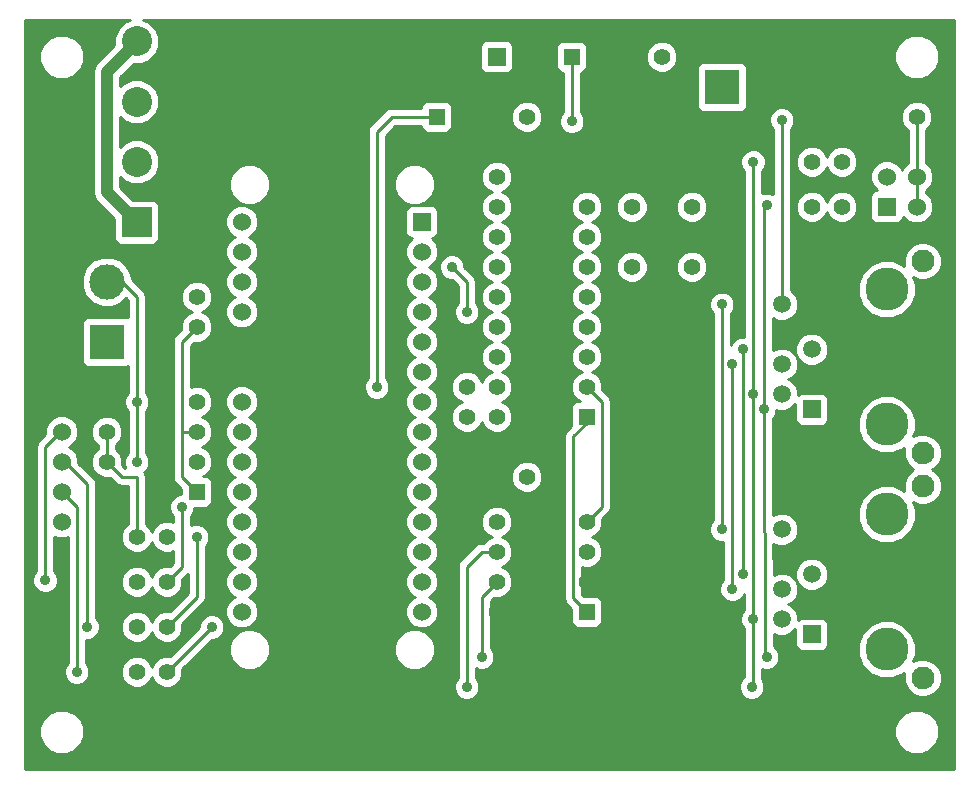
<source format=gbl>
G04 (created by PCBNEW (2013-june-11)-stable) date Thu 24 May 2018 08:46:14 EDT*
%MOIN*%
G04 Gerber Fmt 3.4, Leading zero omitted, Abs format*
%FSLAX34Y34*%
G01*
G70*
G90*
G04 APERTURE LIST*
%ADD10C,0.00590551*%
%ADD11R,0.06X0.06*%
%ADD12C,0.06*%
%ADD13C,0.1437*%
%ADD14R,0.0591X0.0591*%
%ADD15C,0.0591*%
%ADD16C,0.076*%
%ADD17C,0.055*%
%ADD18R,0.1181X0.1181*%
%ADD19C,0.1181*%
%ADD20R,0.1X0.1*%
%ADD21C,0.1*%
%ADD22C,0.056*%
%ADD23R,0.055X0.055*%
%ADD24C,0.035*%
%ADD25C,0.01*%
%ADD26C,0.0401575*%
G04 APERTURE END LIST*
G54D10*
G54D11*
X34500Y-53500D03*
G54D12*
X34500Y-54500D03*
X34500Y-55500D03*
X34500Y-56500D03*
X34500Y-57500D03*
G54D13*
X62000Y-49750D03*
X62000Y-54250D03*
G54D14*
X59500Y-53750D03*
G54D15*
X58500Y-53250D03*
X59500Y-52750D03*
X58500Y-52250D03*
X59500Y-51750D03*
X58500Y-51250D03*
X59500Y-50750D03*
X58500Y-50250D03*
G54D16*
X63200Y-55200D03*
X63200Y-48800D03*
G54D13*
X62000Y-57250D03*
X62000Y-61750D03*
G54D14*
X59500Y-61250D03*
G54D15*
X58500Y-60750D03*
X59500Y-60250D03*
X58500Y-59750D03*
X59500Y-59250D03*
X58500Y-58750D03*
X59500Y-58250D03*
X58500Y-57750D03*
G54D16*
X63200Y-62700D03*
X63200Y-56300D03*
G54D17*
X37000Y-62500D03*
X38000Y-62500D03*
X37000Y-61000D03*
X38000Y-61000D03*
X37000Y-59500D03*
X38000Y-59500D03*
X38000Y-58000D03*
X37000Y-58000D03*
X39000Y-50000D03*
X39000Y-51000D03*
X59500Y-45500D03*
X60500Y-45500D03*
X59500Y-47000D03*
X60500Y-47000D03*
X48000Y-54000D03*
X48000Y-53000D03*
G54D11*
X62000Y-47000D03*
G54D12*
X62000Y-46000D03*
X63000Y-47000D03*
X63000Y-46000D03*
G54D18*
X56500Y-43000D03*
G54D19*
X58500Y-43000D03*
G54D18*
X36000Y-51500D03*
G54D19*
X36000Y-49500D03*
G54D12*
X46503Y-53500D03*
X46503Y-52500D03*
X46503Y-51500D03*
X46503Y-50500D03*
X46503Y-49500D03*
X46503Y-48500D03*
G54D11*
X46503Y-47500D03*
G54D12*
X46503Y-54500D03*
X46503Y-55500D03*
X46503Y-56500D03*
X46503Y-57500D03*
X46503Y-58500D03*
X46503Y-59500D03*
X46503Y-60500D03*
X40496Y-60500D03*
X40496Y-59500D03*
X40496Y-58500D03*
X40496Y-57500D03*
X40496Y-56500D03*
X40496Y-55500D03*
X40496Y-54500D03*
X40496Y-53500D03*
X40496Y-52500D03*
X40496Y-51500D03*
X40496Y-50500D03*
X40496Y-49500D03*
X40496Y-48500D03*
X40496Y-47500D03*
G54D20*
X37000Y-47511D03*
G54D21*
X37000Y-45503D03*
X37000Y-43496D03*
X37000Y-41488D03*
G54D22*
X53500Y-49000D03*
X53500Y-47000D03*
G54D23*
X39000Y-56500D03*
G54D17*
X39000Y-55500D03*
X39000Y-54500D03*
X39000Y-53500D03*
X36000Y-53500D03*
X36000Y-54500D03*
X36000Y-55500D03*
X36000Y-56500D03*
G54D23*
X52000Y-60500D03*
G54D17*
X52000Y-59500D03*
X52000Y-58500D03*
X52000Y-57500D03*
X49000Y-57500D03*
X49000Y-58500D03*
X49000Y-59500D03*
X49000Y-60500D03*
G54D23*
X52000Y-54000D03*
G54D17*
X52000Y-53000D03*
X52000Y-52000D03*
X52000Y-51000D03*
X52000Y-50000D03*
X52000Y-49000D03*
X52000Y-48000D03*
X52000Y-47000D03*
X52000Y-46000D03*
X49000Y-46000D03*
X49000Y-47000D03*
X49000Y-48000D03*
X49000Y-49000D03*
X49000Y-50000D03*
X49000Y-51000D03*
X49000Y-52000D03*
X49000Y-53000D03*
X49000Y-54000D03*
G54D23*
X51500Y-42000D03*
G54D17*
X54500Y-42000D03*
G54D23*
X47000Y-44000D03*
G54D17*
X50000Y-44000D03*
X50000Y-56000D03*
X51000Y-56000D03*
X63000Y-44000D03*
X62000Y-44000D03*
X56500Y-49000D03*
X55500Y-49000D03*
X56500Y-47000D03*
X55500Y-47000D03*
G54D11*
X49000Y-42000D03*
G54D12*
X48000Y-42000D03*
G54D24*
X48000Y-50500D03*
X47500Y-49000D03*
X35000Y-62500D03*
X35350Y-61000D03*
X33950Y-59450D03*
X51500Y-44150D03*
X58500Y-44100D03*
X56500Y-50250D03*
X56500Y-57750D03*
X38500Y-57000D03*
X39000Y-58000D03*
X39500Y-61000D03*
X37000Y-55500D03*
X37000Y-53500D03*
X48500Y-62000D03*
X58000Y-62000D03*
X57900Y-53750D03*
X58000Y-46950D03*
X48000Y-63000D03*
X57500Y-63000D03*
X57550Y-45500D03*
X57550Y-53250D03*
X57550Y-60750D03*
X57200Y-51750D03*
X57200Y-59250D03*
X56850Y-59750D03*
X56850Y-52250D03*
X45000Y-53000D03*
G54D25*
X48000Y-49500D02*
X48000Y-50500D01*
X47500Y-49000D02*
X48000Y-49500D01*
X35000Y-57000D02*
X35000Y-62500D01*
X35000Y-57000D02*
X34500Y-56500D01*
X34500Y-55500D02*
X34600Y-55500D01*
X35350Y-56250D02*
X35350Y-61000D01*
X34600Y-55500D02*
X35350Y-56250D01*
X34450Y-54500D02*
X34500Y-54500D01*
X33950Y-55000D02*
X34450Y-54500D01*
X33950Y-59450D02*
X33950Y-55000D01*
X58500Y-50250D02*
X58500Y-44100D01*
X51500Y-44150D02*
X51500Y-42000D01*
X56500Y-57750D02*
X56500Y-50250D01*
X38000Y-59500D02*
X38500Y-59000D01*
X38500Y-59000D02*
X38500Y-57000D01*
X38000Y-61000D02*
X39000Y-60000D01*
X39000Y-60000D02*
X39000Y-58000D01*
X38000Y-62500D02*
X39500Y-61000D01*
X63000Y-46000D02*
X63000Y-44000D01*
X63000Y-47000D02*
X63000Y-46000D01*
X38500Y-54500D02*
X38500Y-51500D01*
X38500Y-51500D02*
X39000Y-51000D01*
X38500Y-56000D02*
X38500Y-54500D01*
X39000Y-56500D02*
X38500Y-56000D01*
X38500Y-54500D02*
X39000Y-54500D01*
X36000Y-49500D02*
X36500Y-49500D01*
X37000Y-50000D02*
X37000Y-53500D01*
X36500Y-49500D02*
X37000Y-50000D01*
X37000Y-53500D02*
X37000Y-55500D01*
X37000Y-58000D02*
X37000Y-56000D01*
X36500Y-56000D02*
X36000Y-55500D01*
X37000Y-56000D02*
X36500Y-56000D01*
X36000Y-55500D02*
X36000Y-54500D01*
X48500Y-62000D02*
X48500Y-60000D01*
X48500Y-60000D02*
X49000Y-59500D01*
X57900Y-53750D02*
X57950Y-61950D01*
X57950Y-61950D02*
X58000Y-62000D01*
X57900Y-47050D02*
X57900Y-53750D01*
X58000Y-46950D02*
X57900Y-47050D01*
X52000Y-57500D02*
X52500Y-57000D01*
X52500Y-53500D02*
X52000Y-53000D01*
X52500Y-57000D02*
X52500Y-53500D01*
X51550Y-59900D02*
X51550Y-60050D01*
X52000Y-54200D02*
X51550Y-54650D01*
X51550Y-54650D02*
X51550Y-59900D01*
X52000Y-54000D02*
X52000Y-54200D01*
X51550Y-60050D02*
X52000Y-60500D01*
X57550Y-60750D02*
X57550Y-62950D01*
X48500Y-58500D02*
X49000Y-58500D01*
X48000Y-59000D02*
X48500Y-58500D01*
X48000Y-63000D02*
X48000Y-59000D01*
X57550Y-62950D02*
X57500Y-63000D01*
X57550Y-53250D02*
X57550Y-45500D01*
X57550Y-60750D02*
X57550Y-58250D01*
X57550Y-58250D02*
X57550Y-53250D01*
G54D26*
X37000Y-41488D02*
X37000Y-41500D01*
X37000Y-41500D02*
X36000Y-42500D01*
X36000Y-42500D02*
X36000Y-46511D01*
X36000Y-46511D02*
X37000Y-47511D01*
G54D25*
X57200Y-59250D02*
X57200Y-51750D01*
X56850Y-58400D02*
X56850Y-59750D01*
X56850Y-52250D02*
X56850Y-58400D01*
X47000Y-44000D02*
X45500Y-44000D01*
X45000Y-44500D02*
X45000Y-53000D01*
X45500Y-44000D02*
X45000Y-44500D01*
G54D10*
G36*
X64230Y-65730D02*
X63830Y-65730D01*
X63830Y-62575D01*
X63830Y-56175D01*
X63734Y-55943D01*
X63557Y-55766D01*
X63518Y-55750D01*
X63556Y-55734D01*
X63733Y-55557D01*
X63829Y-55325D01*
X63830Y-55075D01*
X63830Y-48675D01*
X63742Y-48462D01*
X63742Y-41853D01*
X63629Y-41580D01*
X63420Y-41371D01*
X63148Y-41258D01*
X62853Y-41257D01*
X62580Y-41370D01*
X62371Y-41579D01*
X62258Y-41851D01*
X62257Y-42146D01*
X62370Y-42419D01*
X62579Y-42628D01*
X62851Y-42741D01*
X63146Y-42742D01*
X63419Y-42629D01*
X63628Y-42420D01*
X63741Y-42148D01*
X63742Y-41853D01*
X63742Y-48462D01*
X63734Y-48443D01*
X63557Y-48266D01*
X63550Y-48263D01*
X63550Y-46891D01*
X63466Y-46688D01*
X63311Y-46534D01*
X63300Y-46529D01*
X63300Y-46471D01*
X63311Y-46466D01*
X63465Y-46311D01*
X63549Y-46109D01*
X63550Y-45891D01*
X63466Y-45688D01*
X63311Y-45534D01*
X63300Y-45529D01*
X63300Y-44442D01*
X63444Y-44297D01*
X63524Y-44104D01*
X63525Y-43896D01*
X63445Y-43703D01*
X63297Y-43555D01*
X63104Y-43475D01*
X62896Y-43474D01*
X62703Y-43554D01*
X62555Y-43702D01*
X62475Y-43895D01*
X62474Y-44103D01*
X62554Y-44297D01*
X62700Y-44442D01*
X62700Y-45528D01*
X62688Y-45533D01*
X62534Y-45688D01*
X62500Y-45769D01*
X62466Y-45688D01*
X62311Y-45534D01*
X62109Y-45450D01*
X61891Y-45449D01*
X61688Y-45533D01*
X61534Y-45688D01*
X61450Y-45890D01*
X61449Y-46108D01*
X61533Y-46311D01*
X61672Y-46449D01*
X61650Y-46449D01*
X61558Y-46487D01*
X61488Y-46558D01*
X61450Y-46650D01*
X61449Y-46749D01*
X61449Y-47349D01*
X61487Y-47441D01*
X61558Y-47511D01*
X61650Y-47549D01*
X61749Y-47550D01*
X62349Y-47550D01*
X62441Y-47512D01*
X62511Y-47441D01*
X62549Y-47349D01*
X62549Y-47327D01*
X62688Y-47465D01*
X62890Y-47549D01*
X63108Y-47550D01*
X63311Y-47466D01*
X63465Y-47311D01*
X63549Y-47109D01*
X63550Y-46891D01*
X63550Y-48263D01*
X63325Y-48170D01*
X63075Y-48169D01*
X62843Y-48265D01*
X62666Y-48442D01*
X62570Y-48674D01*
X62569Y-48924D01*
X62587Y-48967D01*
X62549Y-48929D01*
X62193Y-48781D01*
X61808Y-48781D01*
X61452Y-48928D01*
X61179Y-49200D01*
X61031Y-49556D01*
X61031Y-49941D01*
X61178Y-50297D01*
X61450Y-50570D01*
X61806Y-50718D01*
X62191Y-50718D01*
X62547Y-50571D01*
X62820Y-50299D01*
X62968Y-49943D01*
X62968Y-49558D01*
X62882Y-49350D01*
X63074Y-49429D01*
X63324Y-49430D01*
X63556Y-49334D01*
X63733Y-49157D01*
X63829Y-48925D01*
X63830Y-48675D01*
X63830Y-55075D01*
X63734Y-54843D01*
X63557Y-54666D01*
X63325Y-54570D01*
X63075Y-54569D01*
X62882Y-54649D01*
X62968Y-54443D01*
X62968Y-54058D01*
X62821Y-53702D01*
X62549Y-53429D01*
X62193Y-53281D01*
X61808Y-53281D01*
X61452Y-53428D01*
X61179Y-53700D01*
X61031Y-54056D01*
X61031Y-54441D01*
X61178Y-54797D01*
X61450Y-55070D01*
X61806Y-55218D01*
X62191Y-55218D01*
X62547Y-55071D01*
X62587Y-55031D01*
X62570Y-55074D01*
X62569Y-55324D01*
X62665Y-55556D01*
X62842Y-55733D01*
X62881Y-55749D01*
X62843Y-55765D01*
X62666Y-55942D01*
X62570Y-56174D01*
X62569Y-56424D01*
X62587Y-56467D01*
X62549Y-56429D01*
X62193Y-56281D01*
X61808Y-56281D01*
X61452Y-56428D01*
X61179Y-56700D01*
X61031Y-57056D01*
X61031Y-57441D01*
X61178Y-57797D01*
X61450Y-58070D01*
X61806Y-58218D01*
X62191Y-58218D01*
X62547Y-58071D01*
X62820Y-57799D01*
X62968Y-57443D01*
X62968Y-57058D01*
X62882Y-56850D01*
X63074Y-56929D01*
X63324Y-56930D01*
X63556Y-56834D01*
X63733Y-56657D01*
X63829Y-56425D01*
X63830Y-56175D01*
X63830Y-62575D01*
X63734Y-62343D01*
X63557Y-62166D01*
X63325Y-62070D01*
X63075Y-62069D01*
X62882Y-62149D01*
X62968Y-61943D01*
X62968Y-61558D01*
X62821Y-61202D01*
X62549Y-60929D01*
X62193Y-60781D01*
X61808Y-60781D01*
X61452Y-60928D01*
X61179Y-61200D01*
X61031Y-61556D01*
X61031Y-61941D01*
X61178Y-62297D01*
X61450Y-62570D01*
X61806Y-62718D01*
X62191Y-62718D01*
X62547Y-62571D01*
X62587Y-62531D01*
X62570Y-62574D01*
X62569Y-62824D01*
X62665Y-63056D01*
X62842Y-63233D01*
X63074Y-63329D01*
X63324Y-63330D01*
X63556Y-63234D01*
X63733Y-63057D01*
X63829Y-62825D01*
X63830Y-62575D01*
X63830Y-65730D01*
X63742Y-65730D01*
X63742Y-64353D01*
X63629Y-64080D01*
X63420Y-63871D01*
X63148Y-63758D01*
X62853Y-63757D01*
X62580Y-63870D01*
X62371Y-64079D01*
X62258Y-64351D01*
X62257Y-64646D01*
X62370Y-64919D01*
X62579Y-65128D01*
X62851Y-65241D01*
X63146Y-65242D01*
X63419Y-65129D01*
X63628Y-64920D01*
X63741Y-64648D01*
X63742Y-64353D01*
X63742Y-65730D01*
X61025Y-65730D01*
X61025Y-46896D01*
X61025Y-45396D01*
X60945Y-45203D01*
X60797Y-45055D01*
X60604Y-44975D01*
X60396Y-44974D01*
X60203Y-45054D01*
X60055Y-45202D01*
X59999Y-45335D01*
X59945Y-45203D01*
X59797Y-45055D01*
X59604Y-44975D01*
X59396Y-44974D01*
X59203Y-45054D01*
X59055Y-45202D01*
X58975Y-45395D01*
X58974Y-45603D01*
X59054Y-45797D01*
X59202Y-45944D01*
X59395Y-46024D01*
X59603Y-46025D01*
X59797Y-45945D01*
X59944Y-45797D01*
X60000Y-45664D01*
X60054Y-45797D01*
X60202Y-45944D01*
X60395Y-46024D01*
X60603Y-46025D01*
X60797Y-45945D01*
X60944Y-45797D01*
X61024Y-45604D01*
X61025Y-45396D01*
X61025Y-46896D01*
X60945Y-46703D01*
X60797Y-46555D01*
X60604Y-46475D01*
X60396Y-46474D01*
X60203Y-46554D01*
X60055Y-46702D01*
X59999Y-46835D01*
X59945Y-46703D01*
X59797Y-46555D01*
X59604Y-46475D01*
X59396Y-46474D01*
X59203Y-46554D01*
X59055Y-46702D01*
X58975Y-46895D01*
X58974Y-47103D01*
X59054Y-47297D01*
X59202Y-47444D01*
X59395Y-47524D01*
X59603Y-47525D01*
X59797Y-47445D01*
X59944Y-47297D01*
X60000Y-47164D01*
X60054Y-47297D01*
X60202Y-47444D01*
X60395Y-47524D01*
X60603Y-47525D01*
X60797Y-47445D01*
X60944Y-47297D01*
X61024Y-47104D01*
X61025Y-46896D01*
X61025Y-65730D01*
X60045Y-65730D01*
X60045Y-59141D01*
X60045Y-51641D01*
X59962Y-51441D01*
X59809Y-51287D01*
X59608Y-51204D01*
X59391Y-51204D01*
X59191Y-51287D01*
X59037Y-51440D01*
X58954Y-51641D01*
X58954Y-51858D01*
X59037Y-52058D01*
X59190Y-52212D01*
X59391Y-52295D01*
X59608Y-52295D01*
X59808Y-52212D01*
X59962Y-52059D01*
X60045Y-51858D01*
X60045Y-51641D01*
X60045Y-59141D01*
X59962Y-58941D01*
X59809Y-58787D01*
X59608Y-58704D01*
X59391Y-58704D01*
X59191Y-58787D01*
X59037Y-58940D01*
X58954Y-59141D01*
X58954Y-59358D01*
X59037Y-59558D01*
X59190Y-59712D01*
X59391Y-59795D01*
X59608Y-59795D01*
X59808Y-59712D01*
X59962Y-59559D01*
X60045Y-59358D01*
X60045Y-59141D01*
X60045Y-65730D01*
X60045Y-65730D01*
X60045Y-61495D01*
X60045Y-60904D01*
X60007Y-60813D01*
X59937Y-60742D01*
X59845Y-60704D01*
X59745Y-60704D01*
X59154Y-60704D01*
X59063Y-60742D01*
X59045Y-60759D01*
X59045Y-60641D01*
X58962Y-60441D01*
X58809Y-60287D01*
X58718Y-60250D01*
X58808Y-60212D01*
X58962Y-60059D01*
X59045Y-59858D01*
X59045Y-59641D01*
X58962Y-59441D01*
X58809Y-59287D01*
X58608Y-59204D01*
X58391Y-59204D01*
X58228Y-59271D01*
X58223Y-58225D01*
X58391Y-58295D01*
X58608Y-58295D01*
X58808Y-58212D01*
X58962Y-58059D01*
X59045Y-57858D01*
X59045Y-57641D01*
X58962Y-57441D01*
X58809Y-57287D01*
X58608Y-57204D01*
X58391Y-57204D01*
X58218Y-57276D01*
X58201Y-54049D01*
X58260Y-53991D01*
X58324Y-53834D01*
X58324Y-53767D01*
X58391Y-53795D01*
X58608Y-53795D01*
X58808Y-53712D01*
X58954Y-53567D01*
X58954Y-54095D01*
X58992Y-54186D01*
X59062Y-54257D01*
X59154Y-54295D01*
X59254Y-54295D01*
X59845Y-54295D01*
X59936Y-54257D01*
X60007Y-54187D01*
X60045Y-54095D01*
X60045Y-53995D01*
X60045Y-53404D01*
X60007Y-53313D01*
X59937Y-53242D01*
X59845Y-53204D01*
X59745Y-53204D01*
X59154Y-53204D01*
X59063Y-53242D01*
X59045Y-53259D01*
X59045Y-53141D01*
X58962Y-52941D01*
X58809Y-52787D01*
X58718Y-52750D01*
X58808Y-52712D01*
X58962Y-52559D01*
X59045Y-52358D01*
X59045Y-52141D01*
X58962Y-51941D01*
X58809Y-51787D01*
X58608Y-51704D01*
X58391Y-51704D01*
X58200Y-51783D01*
X58200Y-50716D01*
X58391Y-50795D01*
X58608Y-50795D01*
X58808Y-50712D01*
X58962Y-50559D01*
X59045Y-50358D01*
X59045Y-50141D01*
X58962Y-49941D01*
X58809Y-49787D01*
X58800Y-49783D01*
X58800Y-44401D01*
X58860Y-44341D01*
X58924Y-44184D01*
X58925Y-44015D01*
X58860Y-43859D01*
X58741Y-43739D01*
X58584Y-43675D01*
X58415Y-43674D01*
X58259Y-43739D01*
X58139Y-43858D01*
X58075Y-44015D01*
X58074Y-44184D01*
X58139Y-44340D01*
X58200Y-44401D01*
X58200Y-46572D01*
X58084Y-46525D01*
X57915Y-46524D01*
X57850Y-46552D01*
X57850Y-45801D01*
X57910Y-45741D01*
X57974Y-45584D01*
X57975Y-45415D01*
X57910Y-45259D01*
X57791Y-45139D01*
X57634Y-45075D01*
X57465Y-45074D01*
X57340Y-45126D01*
X57340Y-43540D01*
X57340Y-42359D01*
X57302Y-42268D01*
X57232Y-42197D01*
X57140Y-42159D01*
X57040Y-42159D01*
X55859Y-42159D01*
X55768Y-42197D01*
X55697Y-42267D01*
X55659Y-42359D01*
X55659Y-42459D01*
X55659Y-43640D01*
X55697Y-43731D01*
X55767Y-43802D01*
X55859Y-43840D01*
X55959Y-43840D01*
X57140Y-43840D01*
X57231Y-43802D01*
X57302Y-43732D01*
X57340Y-43640D01*
X57340Y-43540D01*
X57340Y-45126D01*
X57309Y-45139D01*
X57189Y-45258D01*
X57125Y-45415D01*
X57124Y-45584D01*
X57189Y-45740D01*
X57250Y-45801D01*
X57250Y-51325D01*
X57115Y-51324D01*
X56959Y-51389D01*
X56839Y-51508D01*
X56800Y-51605D01*
X56800Y-50551D01*
X56860Y-50491D01*
X56924Y-50334D01*
X56925Y-50165D01*
X56860Y-50009D01*
X56741Y-49889D01*
X56584Y-49825D01*
X56415Y-49824D01*
X56259Y-49889D01*
X56139Y-50008D01*
X56075Y-50165D01*
X56074Y-50334D01*
X56139Y-50490D01*
X56200Y-50551D01*
X56200Y-57448D01*
X56139Y-57508D01*
X56075Y-57665D01*
X56074Y-57834D01*
X56139Y-57990D01*
X56258Y-58110D01*
X56415Y-58174D01*
X56550Y-58175D01*
X56550Y-58400D01*
X56550Y-59448D01*
X56489Y-59508D01*
X56425Y-59665D01*
X56424Y-59834D01*
X56489Y-59990D01*
X56608Y-60110D01*
X56765Y-60174D01*
X56934Y-60175D01*
X57090Y-60110D01*
X57210Y-59991D01*
X57250Y-59894D01*
X57250Y-60448D01*
X57189Y-60508D01*
X57125Y-60665D01*
X57124Y-60834D01*
X57189Y-60990D01*
X57250Y-61051D01*
X57250Y-62649D01*
X57139Y-62758D01*
X57075Y-62915D01*
X57074Y-63084D01*
X57139Y-63240D01*
X57258Y-63360D01*
X57415Y-63424D01*
X57584Y-63425D01*
X57740Y-63360D01*
X57860Y-63241D01*
X57924Y-63084D01*
X57925Y-62915D01*
X57860Y-62759D01*
X57850Y-62749D01*
X57850Y-62397D01*
X57915Y-62424D01*
X58084Y-62425D01*
X58240Y-62360D01*
X58360Y-62241D01*
X58424Y-62084D01*
X58425Y-61915D01*
X58360Y-61759D01*
X58241Y-61640D01*
X58239Y-61232D01*
X58391Y-61295D01*
X58608Y-61295D01*
X58808Y-61212D01*
X58954Y-61067D01*
X58954Y-61595D01*
X58992Y-61686D01*
X59062Y-61757D01*
X59154Y-61795D01*
X59254Y-61795D01*
X59845Y-61795D01*
X59936Y-61757D01*
X60007Y-61687D01*
X60045Y-61595D01*
X60045Y-61495D01*
X60045Y-65730D01*
X56025Y-65730D01*
X56025Y-48896D01*
X56025Y-46896D01*
X55945Y-46703D01*
X55797Y-46555D01*
X55604Y-46475D01*
X55396Y-46474D01*
X55203Y-46554D01*
X55055Y-46702D01*
X55025Y-46774D01*
X55025Y-41896D01*
X54945Y-41703D01*
X54797Y-41555D01*
X54604Y-41475D01*
X54396Y-41474D01*
X54203Y-41554D01*
X54055Y-41702D01*
X53975Y-41895D01*
X53974Y-42103D01*
X54054Y-42297D01*
X54202Y-42444D01*
X54395Y-42524D01*
X54603Y-42525D01*
X54797Y-42445D01*
X54944Y-42297D01*
X55024Y-42104D01*
X55025Y-41896D01*
X55025Y-46774D01*
X54975Y-46895D01*
X54974Y-47103D01*
X55054Y-47297D01*
X55202Y-47444D01*
X55395Y-47524D01*
X55603Y-47525D01*
X55797Y-47445D01*
X55944Y-47297D01*
X56024Y-47104D01*
X56025Y-46896D01*
X56025Y-48896D01*
X55945Y-48703D01*
X55797Y-48555D01*
X55604Y-48475D01*
X55396Y-48474D01*
X55203Y-48554D01*
X55055Y-48702D01*
X54975Y-48895D01*
X54974Y-49103D01*
X55054Y-49297D01*
X55202Y-49444D01*
X55395Y-49524D01*
X55603Y-49525D01*
X55797Y-49445D01*
X55944Y-49297D01*
X56024Y-49104D01*
X56025Y-48896D01*
X56025Y-65730D01*
X54030Y-65730D01*
X54030Y-48895D01*
X54030Y-46895D01*
X53949Y-46700D01*
X53800Y-46550D01*
X53605Y-46470D01*
X53395Y-46469D01*
X53200Y-46550D01*
X53050Y-46699D01*
X52970Y-46894D01*
X52969Y-47104D01*
X53050Y-47299D01*
X53199Y-47449D01*
X53394Y-47529D01*
X53604Y-47530D01*
X53799Y-47449D01*
X53949Y-47300D01*
X54029Y-47105D01*
X54030Y-46895D01*
X54030Y-48895D01*
X53949Y-48700D01*
X53800Y-48550D01*
X53605Y-48470D01*
X53395Y-48469D01*
X53200Y-48550D01*
X53050Y-48699D01*
X52970Y-48894D01*
X52969Y-49104D01*
X53050Y-49299D01*
X53199Y-49449D01*
X53394Y-49529D01*
X53604Y-49530D01*
X53799Y-49449D01*
X53949Y-49300D01*
X54029Y-49105D01*
X54030Y-48895D01*
X54030Y-65730D01*
X52800Y-65730D01*
X52800Y-57000D01*
X52800Y-53500D01*
X52777Y-53385D01*
X52712Y-53287D01*
X52712Y-53287D01*
X52524Y-53100D01*
X52525Y-52896D01*
X52445Y-52703D01*
X52297Y-52555D01*
X52164Y-52499D01*
X52297Y-52445D01*
X52444Y-52297D01*
X52524Y-52104D01*
X52525Y-51896D01*
X52445Y-51703D01*
X52297Y-51555D01*
X52164Y-51499D01*
X52297Y-51445D01*
X52444Y-51297D01*
X52524Y-51104D01*
X52525Y-50896D01*
X52445Y-50703D01*
X52297Y-50555D01*
X52164Y-50499D01*
X52297Y-50445D01*
X52444Y-50297D01*
X52524Y-50104D01*
X52525Y-49896D01*
X52445Y-49703D01*
X52297Y-49555D01*
X52164Y-49499D01*
X52297Y-49445D01*
X52444Y-49297D01*
X52524Y-49104D01*
X52525Y-48896D01*
X52445Y-48703D01*
X52297Y-48555D01*
X52164Y-48499D01*
X52297Y-48445D01*
X52444Y-48297D01*
X52524Y-48104D01*
X52525Y-47896D01*
X52445Y-47703D01*
X52297Y-47555D01*
X52164Y-47499D01*
X52297Y-47445D01*
X52444Y-47297D01*
X52524Y-47104D01*
X52525Y-46896D01*
X52445Y-46703D01*
X52297Y-46555D01*
X52104Y-46475D01*
X52025Y-46475D01*
X52025Y-42225D01*
X52025Y-41675D01*
X51987Y-41583D01*
X51916Y-41513D01*
X51824Y-41475D01*
X51725Y-41474D01*
X51175Y-41474D01*
X51083Y-41512D01*
X51013Y-41583D01*
X50975Y-41675D01*
X50974Y-41774D01*
X50974Y-42324D01*
X51012Y-42416D01*
X51083Y-42486D01*
X51175Y-42524D01*
X51200Y-42524D01*
X51200Y-43848D01*
X51139Y-43908D01*
X51075Y-44065D01*
X51074Y-44234D01*
X51139Y-44390D01*
X51258Y-44510D01*
X51415Y-44574D01*
X51584Y-44575D01*
X51740Y-44510D01*
X51860Y-44391D01*
X51924Y-44234D01*
X51925Y-44065D01*
X51860Y-43909D01*
X51800Y-43848D01*
X51800Y-42525D01*
X51824Y-42525D01*
X51916Y-42487D01*
X51986Y-42416D01*
X52024Y-42324D01*
X52025Y-42225D01*
X52025Y-46475D01*
X51896Y-46474D01*
X51703Y-46554D01*
X51555Y-46702D01*
X51475Y-46895D01*
X51474Y-47103D01*
X51554Y-47297D01*
X51702Y-47444D01*
X51835Y-47500D01*
X51703Y-47554D01*
X51555Y-47702D01*
X51475Y-47895D01*
X51474Y-48103D01*
X51554Y-48297D01*
X51702Y-48444D01*
X51835Y-48500D01*
X51703Y-48554D01*
X51555Y-48702D01*
X51475Y-48895D01*
X51474Y-49103D01*
X51554Y-49297D01*
X51702Y-49444D01*
X51835Y-49500D01*
X51703Y-49554D01*
X51555Y-49702D01*
X51475Y-49895D01*
X51474Y-50103D01*
X51554Y-50297D01*
X51702Y-50444D01*
X51835Y-50500D01*
X51703Y-50554D01*
X51555Y-50702D01*
X51475Y-50895D01*
X51474Y-51103D01*
X51554Y-51297D01*
X51702Y-51444D01*
X51835Y-51500D01*
X51703Y-51554D01*
X51555Y-51702D01*
X51475Y-51895D01*
X51474Y-52103D01*
X51554Y-52297D01*
X51702Y-52444D01*
X51835Y-52500D01*
X51703Y-52554D01*
X51555Y-52702D01*
X51475Y-52895D01*
X51474Y-53103D01*
X51554Y-53297D01*
X51702Y-53444D01*
X51774Y-53474D01*
X51675Y-53474D01*
X51583Y-53512D01*
X51513Y-53583D01*
X51475Y-53675D01*
X51474Y-53774D01*
X51474Y-54300D01*
X51337Y-54437D01*
X51272Y-54535D01*
X51250Y-54650D01*
X51250Y-59900D01*
X51250Y-60050D01*
X51272Y-60164D01*
X51337Y-60262D01*
X51474Y-60399D01*
X51474Y-60824D01*
X51512Y-60916D01*
X51583Y-60986D01*
X51675Y-61024D01*
X51774Y-61025D01*
X52324Y-61025D01*
X52416Y-60987D01*
X52486Y-60916D01*
X52524Y-60824D01*
X52525Y-60725D01*
X52525Y-60175D01*
X52487Y-60083D01*
X52416Y-60013D01*
X52324Y-59975D01*
X52225Y-59974D01*
X51899Y-59974D01*
X51850Y-59925D01*
X51850Y-59900D01*
X51850Y-59006D01*
X51895Y-59024D01*
X52103Y-59025D01*
X52297Y-58945D01*
X52444Y-58797D01*
X52524Y-58604D01*
X52525Y-58396D01*
X52445Y-58203D01*
X52297Y-58055D01*
X52164Y-57999D01*
X52297Y-57945D01*
X52444Y-57797D01*
X52524Y-57604D01*
X52525Y-57399D01*
X52712Y-57212D01*
X52712Y-57212D01*
X52777Y-57114D01*
X52799Y-57000D01*
X52800Y-57000D01*
X52800Y-65730D01*
X50525Y-65730D01*
X50525Y-55896D01*
X50525Y-43896D01*
X50445Y-43703D01*
X50297Y-43555D01*
X50104Y-43475D01*
X49896Y-43474D01*
X49703Y-43554D01*
X49555Y-43702D01*
X49550Y-43714D01*
X49550Y-42250D01*
X49550Y-41650D01*
X49512Y-41558D01*
X49441Y-41488D01*
X49349Y-41450D01*
X49250Y-41449D01*
X48650Y-41449D01*
X48558Y-41487D01*
X48488Y-41558D01*
X48450Y-41650D01*
X48449Y-41749D01*
X48449Y-42349D01*
X48487Y-42441D01*
X48558Y-42511D01*
X48650Y-42549D01*
X48749Y-42550D01*
X49349Y-42550D01*
X49441Y-42512D01*
X49511Y-42441D01*
X49549Y-42349D01*
X49550Y-42250D01*
X49550Y-43714D01*
X49475Y-43895D01*
X49474Y-44103D01*
X49554Y-44297D01*
X49702Y-44444D01*
X49895Y-44524D01*
X50103Y-44525D01*
X50297Y-44445D01*
X50444Y-44297D01*
X50524Y-44104D01*
X50525Y-43896D01*
X50525Y-55896D01*
X50445Y-55703D01*
X50297Y-55555D01*
X50104Y-55475D01*
X49896Y-55474D01*
X49703Y-55554D01*
X49555Y-55702D01*
X49525Y-55774D01*
X49525Y-53896D01*
X49445Y-53703D01*
X49297Y-53555D01*
X49164Y-53499D01*
X49297Y-53445D01*
X49444Y-53297D01*
X49524Y-53104D01*
X49525Y-52896D01*
X49445Y-52703D01*
X49297Y-52555D01*
X49164Y-52499D01*
X49297Y-52445D01*
X49444Y-52297D01*
X49524Y-52104D01*
X49525Y-51896D01*
X49445Y-51703D01*
X49297Y-51555D01*
X49164Y-51499D01*
X49297Y-51445D01*
X49444Y-51297D01*
X49524Y-51104D01*
X49525Y-50896D01*
X49445Y-50703D01*
X49297Y-50555D01*
X49164Y-50499D01*
X49297Y-50445D01*
X49444Y-50297D01*
X49524Y-50104D01*
X49525Y-49896D01*
X49445Y-49703D01*
X49297Y-49555D01*
X49164Y-49499D01*
X49297Y-49445D01*
X49444Y-49297D01*
X49524Y-49104D01*
X49525Y-48896D01*
X49445Y-48703D01*
X49297Y-48555D01*
X49164Y-48499D01*
X49297Y-48445D01*
X49444Y-48297D01*
X49524Y-48104D01*
X49525Y-47896D01*
X49445Y-47703D01*
X49297Y-47555D01*
X49164Y-47499D01*
X49297Y-47445D01*
X49444Y-47297D01*
X49524Y-47104D01*
X49525Y-46896D01*
X49445Y-46703D01*
X49297Y-46555D01*
X49164Y-46499D01*
X49297Y-46445D01*
X49444Y-46297D01*
X49524Y-46104D01*
X49525Y-45896D01*
X49445Y-45703D01*
X49297Y-45555D01*
X49104Y-45475D01*
X48896Y-45474D01*
X48703Y-45554D01*
X48555Y-45702D01*
X48475Y-45895D01*
X48474Y-46103D01*
X48554Y-46297D01*
X48702Y-46444D01*
X48835Y-46500D01*
X48703Y-46554D01*
X48555Y-46702D01*
X48475Y-46895D01*
X48474Y-47103D01*
X48554Y-47297D01*
X48702Y-47444D01*
X48835Y-47500D01*
X48703Y-47554D01*
X48555Y-47702D01*
X48475Y-47895D01*
X48474Y-48103D01*
X48554Y-48297D01*
X48702Y-48444D01*
X48835Y-48500D01*
X48703Y-48554D01*
X48555Y-48702D01*
X48475Y-48895D01*
X48474Y-49103D01*
X48554Y-49297D01*
X48702Y-49444D01*
X48835Y-49500D01*
X48703Y-49554D01*
X48555Y-49702D01*
X48475Y-49895D01*
X48474Y-50103D01*
X48554Y-50297D01*
X48702Y-50444D01*
X48835Y-50500D01*
X48703Y-50554D01*
X48555Y-50702D01*
X48475Y-50895D01*
X48474Y-51103D01*
X48554Y-51297D01*
X48702Y-51444D01*
X48835Y-51500D01*
X48703Y-51554D01*
X48555Y-51702D01*
X48475Y-51895D01*
X48474Y-52103D01*
X48554Y-52297D01*
X48702Y-52444D01*
X48835Y-52500D01*
X48703Y-52554D01*
X48555Y-52702D01*
X48499Y-52835D01*
X48445Y-52703D01*
X48425Y-52682D01*
X48425Y-50415D01*
X48360Y-50259D01*
X48300Y-50198D01*
X48300Y-49500D01*
X48277Y-49385D01*
X48212Y-49287D01*
X48212Y-49287D01*
X47924Y-49000D01*
X47925Y-48915D01*
X47860Y-48759D01*
X47741Y-48639D01*
X47584Y-48575D01*
X47525Y-48575D01*
X47525Y-44225D01*
X47525Y-43675D01*
X47487Y-43583D01*
X47416Y-43513D01*
X47324Y-43475D01*
X47225Y-43474D01*
X46675Y-43474D01*
X46583Y-43512D01*
X46513Y-43583D01*
X46475Y-43675D01*
X46475Y-43700D01*
X45500Y-43700D01*
X45385Y-43722D01*
X45287Y-43787D01*
X44787Y-44287D01*
X44722Y-44385D01*
X44700Y-44500D01*
X44700Y-52698D01*
X44639Y-52758D01*
X44575Y-52915D01*
X44574Y-53084D01*
X44639Y-53240D01*
X44758Y-53360D01*
X44915Y-53424D01*
X45084Y-53425D01*
X45240Y-53360D01*
X45360Y-53241D01*
X45424Y-53084D01*
X45425Y-52915D01*
X45360Y-52759D01*
X45300Y-52698D01*
X45300Y-44624D01*
X45624Y-44300D01*
X46474Y-44300D01*
X46474Y-44324D01*
X46512Y-44416D01*
X46583Y-44486D01*
X46675Y-44524D01*
X46774Y-44525D01*
X47324Y-44525D01*
X47416Y-44487D01*
X47486Y-44416D01*
X47524Y-44324D01*
X47525Y-44225D01*
X47525Y-48575D01*
X47415Y-48574D01*
X47259Y-48639D01*
X47139Y-48758D01*
X47075Y-48915D01*
X47074Y-49084D01*
X47139Y-49240D01*
X47258Y-49360D01*
X47415Y-49424D01*
X47500Y-49425D01*
X47700Y-49624D01*
X47700Y-50198D01*
X47639Y-50258D01*
X47575Y-50415D01*
X47574Y-50584D01*
X47639Y-50740D01*
X47758Y-50860D01*
X47915Y-50924D01*
X48084Y-50925D01*
X48240Y-50860D01*
X48360Y-50741D01*
X48424Y-50584D01*
X48425Y-50415D01*
X48425Y-52682D01*
X48297Y-52555D01*
X48104Y-52475D01*
X47896Y-52474D01*
X47703Y-52554D01*
X47555Y-52702D01*
X47475Y-52895D01*
X47474Y-53103D01*
X47554Y-53297D01*
X47702Y-53444D01*
X47835Y-53500D01*
X47703Y-53554D01*
X47555Y-53702D01*
X47475Y-53895D01*
X47474Y-54103D01*
X47554Y-54297D01*
X47702Y-54444D01*
X47895Y-54524D01*
X48103Y-54525D01*
X48297Y-54445D01*
X48444Y-54297D01*
X48500Y-54164D01*
X48554Y-54297D01*
X48702Y-54444D01*
X48895Y-54524D01*
X49103Y-54525D01*
X49297Y-54445D01*
X49444Y-54297D01*
X49524Y-54104D01*
X49525Y-53896D01*
X49525Y-55774D01*
X49475Y-55895D01*
X49474Y-56103D01*
X49554Y-56297D01*
X49702Y-56444D01*
X49895Y-56524D01*
X50103Y-56525D01*
X50297Y-56445D01*
X50444Y-56297D01*
X50524Y-56104D01*
X50525Y-55896D01*
X50525Y-65730D01*
X49525Y-65730D01*
X49525Y-59396D01*
X49445Y-59203D01*
X49297Y-59055D01*
X49164Y-58999D01*
X49297Y-58945D01*
X49444Y-58797D01*
X49524Y-58604D01*
X49525Y-58396D01*
X49445Y-58203D01*
X49297Y-58055D01*
X49164Y-57999D01*
X49297Y-57945D01*
X49444Y-57797D01*
X49524Y-57604D01*
X49525Y-57396D01*
X49445Y-57203D01*
X49297Y-57055D01*
X49104Y-56975D01*
X48896Y-56974D01*
X48703Y-57054D01*
X48555Y-57202D01*
X48475Y-57395D01*
X48474Y-57603D01*
X48554Y-57797D01*
X48702Y-57944D01*
X48835Y-58000D01*
X48703Y-58054D01*
X48557Y-58200D01*
X48500Y-58200D01*
X48385Y-58222D01*
X48287Y-58287D01*
X47787Y-58787D01*
X47722Y-58885D01*
X47700Y-59000D01*
X47700Y-62698D01*
X47639Y-62758D01*
X47575Y-62915D01*
X47574Y-63084D01*
X47639Y-63240D01*
X47758Y-63360D01*
X47915Y-63424D01*
X48084Y-63425D01*
X48240Y-63360D01*
X48360Y-63241D01*
X48424Y-63084D01*
X48425Y-62915D01*
X48360Y-62759D01*
X48300Y-62698D01*
X48300Y-62377D01*
X48415Y-62424D01*
X48584Y-62425D01*
X48740Y-62360D01*
X48860Y-62241D01*
X48924Y-62084D01*
X48925Y-61915D01*
X48860Y-61759D01*
X48800Y-61698D01*
X48800Y-60124D01*
X48899Y-60024D01*
X49103Y-60025D01*
X49297Y-59945D01*
X49444Y-59797D01*
X49524Y-59604D01*
X49525Y-59396D01*
X49525Y-65730D01*
X47054Y-65730D01*
X47054Y-60391D01*
X46970Y-60188D01*
X46815Y-60034D01*
X46734Y-60000D01*
X46815Y-59966D01*
X46969Y-59811D01*
X47053Y-59609D01*
X47054Y-59391D01*
X46970Y-59188D01*
X46815Y-59034D01*
X46734Y-59000D01*
X46815Y-58966D01*
X46969Y-58811D01*
X47053Y-58609D01*
X47054Y-58391D01*
X46970Y-58188D01*
X46815Y-58034D01*
X46734Y-58000D01*
X46815Y-57966D01*
X46969Y-57811D01*
X47053Y-57609D01*
X47054Y-57391D01*
X46970Y-57188D01*
X46815Y-57034D01*
X46734Y-57000D01*
X46815Y-56966D01*
X46969Y-56811D01*
X47053Y-56609D01*
X47054Y-56391D01*
X46970Y-56188D01*
X46815Y-56034D01*
X46734Y-56000D01*
X46815Y-55966D01*
X46969Y-55811D01*
X47053Y-55609D01*
X47054Y-55391D01*
X46970Y-55188D01*
X46815Y-55034D01*
X46734Y-55000D01*
X46815Y-54966D01*
X46969Y-54811D01*
X47053Y-54609D01*
X47054Y-54391D01*
X46970Y-54188D01*
X46815Y-54034D01*
X46734Y-54000D01*
X46815Y-53966D01*
X46969Y-53811D01*
X47053Y-53609D01*
X47054Y-53391D01*
X46970Y-53188D01*
X46815Y-53034D01*
X46734Y-53000D01*
X46815Y-52966D01*
X46969Y-52811D01*
X47053Y-52609D01*
X47054Y-52391D01*
X46970Y-52188D01*
X46815Y-52034D01*
X46734Y-52000D01*
X46815Y-51966D01*
X46969Y-51811D01*
X47053Y-51609D01*
X47054Y-51391D01*
X46970Y-51188D01*
X46815Y-51034D01*
X46734Y-51000D01*
X46815Y-50966D01*
X46969Y-50811D01*
X47053Y-50609D01*
X47054Y-50391D01*
X46970Y-50188D01*
X46815Y-50034D01*
X46734Y-50000D01*
X46815Y-49966D01*
X46969Y-49811D01*
X47053Y-49609D01*
X47054Y-49391D01*
X46970Y-49188D01*
X46815Y-49034D01*
X46734Y-49000D01*
X46815Y-48966D01*
X46969Y-48811D01*
X47053Y-48609D01*
X47054Y-48391D01*
X46970Y-48188D01*
X46831Y-48050D01*
X46853Y-48050D01*
X46945Y-48012D01*
X47015Y-47941D01*
X47053Y-47849D01*
X47053Y-47750D01*
X47053Y-47150D01*
X47016Y-47058D01*
X46945Y-46988D01*
X46933Y-46982D01*
X46933Y-46114D01*
X46829Y-45863D01*
X46637Y-45671D01*
X46386Y-45567D01*
X46114Y-45566D01*
X45863Y-45670D01*
X45671Y-45862D01*
X45567Y-46113D01*
X45566Y-46385D01*
X45670Y-46636D01*
X45862Y-46828D01*
X46113Y-46932D01*
X46385Y-46933D01*
X46636Y-46829D01*
X46828Y-46637D01*
X46932Y-46386D01*
X46933Y-46114D01*
X46933Y-46982D01*
X46853Y-46950D01*
X46754Y-46949D01*
X46154Y-46949D01*
X46062Y-46987D01*
X45992Y-47058D01*
X45953Y-47150D01*
X45953Y-47249D01*
X45953Y-47849D01*
X45991Y-47941D01*
X46062Y-48011D01*
X46153Y-48049D01*
X46176Y-48049D01*
X46037Y-48188D01*
X45954Y-48390D01*
X45953Y-48608D01*
X46037Y-48811D01*
X46191Y-48965D01*
X46273Y-48999D01*
X46192Y-49033D01*
X46037Y-49188D01*
X45954Y-49390D01*
X45953Y-49608D01*
X46037Y-49811D01*
X46191Y-49965D01*
X46273Y-49999D01*
X46192Y-50033D01*
X46037Y-50188D01*
X45954Y-50390D01*
X45953Y-50608D01*
X46037Y-50811D01*
X46191Y-50965D01*
X46273Y-50999D01*
X46192Y-51033D01*
X46037Y-51188D01*
X45954Y-51390D01*
X45953Y-51608D01*
X46037Y-51811D01*
X46191Y-51965D01*
X46273Y-51999D01*
X46192Y-52033D01*
X46037Y-52188D01*
X45954Y-52390D01*
X45953Y-52608D01*
X46037Y-52811D01*
X46191Y-52965D01*
X46273Y-52999D01*
X46192Y-53033D01*
X46037Y-53188D01*
X45954Y-53390D01*
X45953Y-53608D01*
X46037Y-53811D01*
X46191Y-53965D01*
X46273Y-53999D01*
X46192Y-54033D01*
X46037Y-54188D01*
X45954Y-54390D01*
X45953Y-54608D01*
X46037Y-54811D01*
X46191Y-54965D01*
X46273Y-54999D01*
X46192Y-55033D01*
X46037Y-55188D01*
X45954Y-55390D01*
X45953Y-55608D01*
X46037Y-55811D01*
X46191Y-55965D01*
X46273Y-55999D01*
X46192Y-56033D01*
X46037Y-56188D01*
X45954Y-56390D01*
X45953Y-56608D01*
X46037Y-56811D01*
X46191Y-56965D01*
X46273Y-56999D01*
X46192Y-57033D01*
X46037Y-57188D01*
X45954Y-57390D01*
X45953Y-57608D01*
X46037Y-57811D01*
X46191Y-57965D01*
X46273Y-57999D01*
X46192Y-58033D01*
X46037Y-58188D01*
X45954Y-58390D01*
X45953Y-58608D01*
X46037Y-58811D01*
X46191Y-58965D01*
X46273Y-58999D01*
X46192Y-59033D01*
X46037Y-59188D01*
X45954Y-59390D01*
X45953Y-59608D01*
X46037Y-59811D01*
X46191Y-59965D01*
X46273Y-59999D01*
X46192Y-60033D01*
X46037Y-60188D01*
X45954Y-60390D01*
X45953Y-60608D01*
X46037Y-60811D01*
X46191Y-60965D01*
X46394Y-61049D01*
X46612Y-61050D01*
X46815Y-60966D01*
X46969Y-60811D01*
X47053Y-60609D01*
X47054Y-60391D01*
X47054Y-65730D01*
X46933Y-65730D01*
X46933Y-61614D01*
X46829Y-61363D01*
X46637Y-61171D01*
X46386Y-61067D01*
X46114Y-61066D01*
X45863Y-61170D01*
X45671Y-61362D01*
X45567Y-61613D01*
X45566Y-61885D01*
X45670Y-62136D01*
X45862Y-62328D01*
X46113Y-62432D01*
X46385Y-62433D01*
X46636Y-62329D01*
X46828Y-62137D01*
X46932Y-61886D01*
X46933Y-61614D01*
X46933Y-65730D01*
X41433Y-65730D01*
X41433Y-61614D01*
X41433Y-46114D01*
X41329Y-45863D01*
X41137Y-45671D01*
X40886Y-45567D01*
X40614Y-45566D01*
X40363Y-45670D01*
X40171Y-45862D01*
X40067Y-46113D01*
X40066Y-46385D01*
X40170Y-46636D01*
X40362Y-46828D01*
X40613Y-46932D01*
X40885Y-46933D01*
X41136Y-46829D01*
X41328Y-46637D01*
X41432Y-46386D01*
X41433Y-46114D01*
X41433Y-61614D01*
X41329Y-61363D01*
X41137Y-61171D01*
X41046Y-61133D01*
X41046Y-60391D01*
X40962Y-60188D01*
X40808Y-60034D01*
X40726Y-60000D01*
X40807Y-59966D01*
X40962Y-59811D01*
X41045Y-59609D01*
X41046Y-59391D01*
X40962Y-59188D01*
X40808Y-59034D01*
X40726Y-59000D01*
X40807Y-58966D01*
X40962Y-58811D01*
X41045Y-58609D01*
X41046Y-58391D01*
X40962Y-58188D01*
X40808Y-58034D01*
X40726Y-58000D01*
X40807Y-57966D01*
X40962Y-57811D01*
X41045Y-57609D01*
X41046Y-57391D01*
X40962Y-57188D01*
X40808Y-57034D01*
X40726Y-57000D01*
X40807Y-56966D01*
X40962Y-56811D01*
X41045Y-56609D01*
X41046Y-56391D01*
X40962Y-56188D01*
X40808Y-56034D01*
X40726Y-56000D01*
X40807Y-55966D01*
X40962Y-55811D01*
X41045Y-55609D01*
X41046Y-55391D01*
X40962Y-55188D01*
X40808Y-55034D01*
X40726Y-55000D01*
X40807Y-54966D01*
X40962Y-54811D01*
X41045Y-54609D01*
X41046Y-54391D01*
X40962Y-54188D01*
X40808Y-54034D01*
X40726Y-54000D01*
X40807Y-53966D01*
X40962Y-53811D01*
X41045Y-53609D01*
X41046Y-53391D01*
X41046Y-50391D01*
X40962Y-50188D01*
X40808Y-50034D01*
X40726Y-50000D01*
X40807Y-49966D01*
X40962Y-49811D01*
X41045Y-49609D01*
X41046Y-49391D01*
X40962Y-49188D01*
X40808Y-49034D01*
X40726Y-49000D01*
X40807Y-48966D01*
X40962Y-48811D01*
X41045Y-48609D01*
X41046Y-48391D01*
X40962Y-48188D01*
X40808Y-48034D01*
X40726Y-48000D01*
X40807Y-47966D01*
X40962Y-47811D01*
X41045Y-47609D01*
X41046Y-47391D01*
X40962Y-47188D01*
X40808Y-47034D01*
X40605Y-46950D01*
X40387Y-46949D01*
X40184Y-47033D01*
X40030Y-47188D01*
X39946Y-47390D01*
X39945Y-47608D01*
X40029Y-47811D01*
X40184Y-47965D01*
X40265Y-47999D01*
X40184Y-48033D01*
X40030Y-48188D01*
X39946Y-48390D01*
X39945Y-48608D01*
X40029Y-48811D01*
X40184Y-48965D01*
X40265Y-48999D01*
X40184Y-49033D01*
X40030Y-49188D01*
X39946Y-49390D01*
X39945Y-49608D01*
X40029Y-49811D01*
X40184Y-49965D01*
X40265Y-49999D01*
X40184Y-50033D01*
X40030Y-50188D01*
X39946Y-50390D01*
X39945Y-50608D01*
X40029Y-50811D01*
X40184Y-50965D01*
X40386Y-51049D01*
X40604Y-51050D01*
X40807Y-50966D01*
X40962Y-50811D01*
X41045Y-50609D01*
X41046Y-50391D01*
X41046Y-53391D01*
X40962Y-53188D01*
X40808Y-53034D01*
X40605Y-52950D01*
X40387Y-52949D01*
X40184Y-53033D01*
X40030Y-53188D01*
X39946Y-53390D01*
X39945Y-53608D01*
X40029Y-53811D01*
X40184Y-53965D01*
X40265Y-53999D01*
X40184Y-54033D01*
X40030Y-54188D01*
X39946Y-54390D01*
X39945Y-54608D01*
X40029Y-54811D01*
X40184Y-54965D01*
X40265Y-54999D01*
X40184Y-55033D01*
X40030Y-55188D01*
X39946Y-55390D01*
X39945Y-55608D01*
X40029Y-55811D01*
X40184Y-55965D01*
X40265Y-55999D01*
X40184Y-56033D01*
X40030Y-56188D01*
X39946Y-56390D01*
X39945Y-56608D01*
X40029Y-56811D01*
X40184Y-56965D01*
X40265Y-56999D01*
X40184Y-57033D01*
X40030Y-57188D01*
X39946Y-57390D01*
X39945Y-57608D01*
X40029Y-57811D01*
X40184Y-57965D01*
X40265Y-57999D01*
X40184Y-58033D01*
X40030Y-58188D01*
X39946Y-58390D01*
X39945Y-58608D01*
X40029Y-58811D01*
X40184Y-58965D01*
X40265Y-58999D01*
X40184Y-59033D01*
X40030Y-59188D01*
X39946Y-59390D01*
X39945Y-59608D01*
X40029Y-59811D01*
X40184Y-59965D01*
X40265Y-59999D01*
X40184Y-60033D01*
X40030Y-60188D01*
X39946Y-60390D01*
X39945Y-60608D01*
X40029Y-60811D01*
X40184Y-60965D01*
X40386Y-61049D01*
X40604Y-61050D01*
X40807Y-60966D01*
X40962Y-60811D01*
X41045Y-60609D01*
X41046Y-60391D01*
X41046Y-61133D01*
X40886Y-61067D01*
X40614Y-61066D01*
X40363Y-61170D01*
X40171Y-61362D01*
X40067Y-61613D01*
X40066Y-61885D01*
X40170Y-62136D01*
X40362Y-62328D01*
X40613Y-62432D01*
X40885Y-62433D01*
X41136Y-62329D01*
X41328Y-62137D01*
X41432Y-61886D01*
X41433Y-61614D01*
X41433Y-65730D01*
X39925Y-65730D01*
X39925Y-60915D01*
X39860Y-60759D01*
X39741Y-60639D01*
X39584Y-60575D01*
X39525Y-60575D01*
X39525Y-55396D01*
X39445Y-55203D01*
X39297Y-55055D01*
X39164Y-54999D01*
X39297Y-54945D01*
X39444Y-54797D01*
X39524Y-54604D01*
X39525Y-54396D01*
X39445Y-54203D01*
X39297Y-54055D01*
X39164Y-53999D01*
X39297Y-53945D01*
X39444Y-53797D01*
X39524Y-53604D01*
X39525Y-53396D01*
X39445Y-53203D01*
X39297Y-53055D01*
X39104Y-52975D01*
X38896Y-52974D01*
X38800Y-53014D01*
X38800Y-51624D01*
X38899Y-51524D01*
X39103Y-51525D01*
X39297Y-51445D01*
X39444Y-51297D01*
X39524Y-51104D01*
X39525Y-50896D01*
X39445Y-50703D01*
X39297Y-50555D01*
X39164Y-50499D01*
X39297Y-50445D01*
X39444Y-50297D01*
X39524Y-50104D01*
X39525Y-49896D01*
X39445Y-49703D01*
X39297Y-49555D01*
X39104Y-49475D01*
X38896Y-49474D01*
X38703Y-49554D01*
X38555Y-49702D01*
X38475Y-49895D01*
X38474Y-50103D01*
X38554Y-50297D01*
X38702Y-50444D01*
X38835Y-50500D01*
X38703Y-50554D01*
X38555Y-50702D01*
X38475Y-50895D01*
X38474Y-51100D01*
X38287Y-51287D01*
X38222Y-51385D01*
X38200Y-51500D01*
X38200Y-54500D01*
X38200Y-56000D01*
X38222Y-56114D01*
X38287Y-56212D01*
X38474Y-56399D01*
X38474Y-56574D01*
X38415Y-56574D01*
X38259Y-56639D01*
X38139Y-56758D01*
X38075Y-56915D01*
X38074Y-57084D01*
X38139Y-57240D01*
X38200Y-57301D01*
X38200Y-57514D01*
X38104Y-57475D01*
X37896Y-57474D01*
X37703Y-57554D01*
X37555Y-57702D01*
X37499Y-57835D01*
X37445Y-57703D01*
X37300Y-57557D01*
X37300Y-56000D01*
X37277Y-55885D01*
X37252Y-55848D01*
X37360Y-55741D01*
X37424Y-55584D01*
X37425Y-55415D01*
X37360Y-55259D01*
X37300Y-55198D01*
X37300Y-53801D01*
X37360Y-53741D01*
X37424Y-53584D01*
X37425Y-53415D01*
X37360Y-53259D01*
X37300Y-53198D01*
X37300Y-50000D01*
X37277Y-49885D01*
X37212Y-49787D01*
X37212Y-49787D01*
X36840Y-49416D01*
X36840Y-49333D01*
X36712Y-49024D01*
X36476Y-48787D01*
X36167Y-48659D01*
X35833Y-48659D01*
X35524Y-48787D01*
X35287Y-49023D01*
X35242Y-49133D01*
X35242Y-41853D01*
X35129Y-41580D01*
X34920Y-41371D01*
X34648Y-41258D01*
X34353Y-41257D01*
X34080Y-41370D01*
X33871Y-41579D01*
X33758Y-41851D01*
X33757Y-42146D01*
X33870Y-42419D01*
X34079Y-42628D01*
X34351Y-42741D01*
X34646Y-42742D01*
X34919Y-42629D01*
X35128Y-42420D01*
X35241Y-42148D01*
X35242Y-41853D01*
X35242Y-49133D01*
X35159Y-49332D01*
X35159Y-49666D01*
X35287Y-49975D01*
X35523Y-50212D01*
X35832Y-50340D01*
X36166Y-50340D01*
X36475Y-50212D01*
X36632Y-50056D01*
X36700Y-50124D01*
X36700Y-50684D01*
X36640Y-50659D01*
X36540Y-50659D01*
X35359Y-50659D01*
X35268Y-50697D01*
X35197Y-50767D01*
X35159Y-50859D01*
X35159Y-50959D01*
X35159Y-52140D01*
X35197Y-52231D01*
X35267Y-52302D01*
X35359Y-52340D01*
X35459Y-52340D01*
X36640Y-52340D01*
X36700Y-52315D01*
X36700Y-53198D01*
X36639Y-53258D01*
X36575Y-53415D01*
X36574Y-53584D01*
X36639Y-53740D01*
X36700Y-53801D01*
X36700Y-55198D01*
X36639Y-55258D01*
X36575Y-55415D01*
X36574Y-55584D01*
X36621Y-55697D01*
X36524Y-55600D01*
X36525Y-55396D01*
X36445Y-55203D01*
X36300Y-55057D01*
X36300Y-54942D01*
X36444Y-54797D01*
X36524Y-54604D01*
X36525Y-54396D01*
X36445Y-54203D01*
X36297Y-54055D01*
X36104Y-53975D01*
X35896Y-53974D01*
X35703Y-54054D01*
X35555Y-54202D01*
X35475Y-54395D01*
X35474Y-54603D01*
X35554Y-54797D01*
X35700Y-54942D01*
X35700Y-55057D01*
X35555Y-55202D01*
X35475Y-55395D01*
X35474Y-55603D01*
X35554Y-55797D01*
X35702Y-55944D01*
X35895Y-56024D01*
X36100Y-56025D01*
X36287Y-56212D01*
X36287Y-56212D01*
X36385Y-56277D01*
X36500Y-56300D01*
X36700Y-56300D01*
X36700Y-57557D01*
X36555Y-57702D01*
X36475Y-57895D01*
X36474Y-58103D01*
X36554Y-58297D01*
X36702Y-58444D01*
X36895Y-58524D01*
X37103Y-58525D01*
X37297Y-58445D01*
X37444Y-58297D01*
X37500Y-58164D01*
X37554Y-58297D01*
X37702Y-58444D01*
X37895Y-58524D01*
X38103Y-58525D01*
X38200Y-58485D01*
X38200Y-58875D01*
X38100Y-58975D01*
X37896Y-58974D01*
X37703Y-59054D01*
X37555Y-59202D01*
X37499Y-59335D01*
X37445Y-59203D01*
X37297Y-59055D01*
X37104Y-58975D01*
X36896Y-58974D01*
X36703Y-59054D01*
X36555Y-59202D01*
X36475Y-59395D01*
X36474Y-59603D01*
X36554Y-59797D01*
X36702Y-59944D01*
X36895Y-60024D01*
X37103Y-60025D01*
X37297Y-59945D01*
X37444Y-59797D01*
X37500Y-59664D01*
X37554Y-59797D01*
X37702Y-59944D01*
X37895Y-60024D01*
X38103Y-60025D01*
X38297Y-59945D01*
X38444Y-59797D01*
X38524Y-59604D01*
X38525Y-59399D01*
X38700Y-59224D01*
X38700Y-59875D01*
X38100Y-60475D01*
X37896Y-60474D01*
X37703Y-60554D01*
X37555Y-60702D01*
X37499Y-60835D01*
X37445Y-60703D01*
X37297Y-60555D01*
X37104Y-60475D01*
X36896Y-60474D01*
X36703Y-60554D01*
X36555Y-60702D01*
X36475Y-60895D01*
X36474Y-61103D01*
X36554Y-61297D01*
X36702Y-61444D01*
X36895Y-61524D01*
X37103Y-61525D01*
X37297Y-61445D01*
X37444Y-61297D01*
X37500Y-61164D01*
X37554Y-61297D01*
X37702Y-61444D01*
X37895Y-61524D01*
X38103Y-61525D01*
X38297Y-61445D01*
X38444Y-61297D01*
X38524Y-61104D01*
X38525Y-60899D01*
X39212Y-60212D01*
X39212Y-60212D01*
X39277Y-60114D01*
X39299Y-60000D01*
X39300Y-60000D01*
X39300Y-58301D01*
X39360Y-58241D01*
X39424Y-58084D01*
X39425Y-57915D01*
X39360Y-57759D01*
X39241Y-57639D01*
X39084Y-57575D01*
X38915Y-57574D01*
X38800Y-57622D01*
X38800Y-57301D01*
X38860Y-57241D01*
X38924Y-57084D01*
X38924Y-57025D01*
X39324Y-57025D01*
X39416Y-56987D01*
X39486Y-56916D01*
X39524Y-56824D01*
X39525Y-56725D01*
X39525Y-56175D01*
X39487Y-56083D01*
X39416Y-56013D01*
X39324Y-55975D01*
X39225Y-55974D01*
X39225Y-55974D01*
X39297Y-55945D01*
X39444Y-55797D01*
X39524Y-55604D01*
X39525Y-55396D01*
X39525Y-60575D01*
X39415Y-60574D01*
X39259Y-60639D01*
X39139Y-60758D01*
X39075Y-60915D01*
X39074Y-61000D01*
X38100Y-61975D01*
X37896Y-61974D01*
X37703Y-62054D01*
X37555Y-62202D01*
X37499Y-62335D01*
X37445Y-62203D01*
X37297Y-62055D01*
X37104Y-61975D01*
X36896Y-61974D01*
X36703Y-62054D01*
X36555Y-62202D01*
X36475Y-62395D01*
X36474Y-62603D01*
X36554Y-62797D01*
X36702Y-62944D01*
X36895Y-63024D01*
X37103Y-63025D01*
X37297Y-62945D01*
X37444Y-62797D01*
X37500Y-62664D01*
X37554Y-62797D01*
X37702Y-62944D01*
X37895Y-63024D01*
X38103Y-63025D01*
X38297Y-62945D01*
X38444Y-62797D01*
X38524Y-62604D01*
X38525Y-62399D01*
X39499Y-61424D01*
X39584Y-61425D01*
X39740Y-61360D01*
X39860Y-61241D01*
X39924Y-61084D01*
X39925Y-60915D01*
X39925Y-65730D01*
X35775Y-65730D01*
X35775Y-60915D01*
X35710Y-60759D01*
X35650Y-60698D01*
X35650Y-56250D01*
X35649Y-56249D01*
X35627Y-56135D01*
X35562Y-56037D01*
X35562Y-56037D01*
X35049Y-55525D01*
X35050Y-55391D01*
X34966Y-55188D01*
X34811Y-55034D01*
X34730Y-55000D01*
X34811Y-54966D01*
X34965Y-54811D01*
X35049Y-54609D01*
X35050Y-54391D01*
X34966Y-54188D01*
X34811Y-54034D01*
X34609Y-53950D01*
X34391Y-53949D01*
X34188Y-54033D01*
X34034Y-54188D01*
X33950Y-54390D01*
X33949Y-54575D01*
X33737Y-54787D01*
X33672Y-54885D01*
X33650Y-55000D01*
X33650Y-59148D01*
X33589Y-59208D01*
X33525Y-59365D01*
X33524Y-59534D01*
X33589Y-59690D01*
X33708Y-59810D01*
X33865Y-59874D01*
X34034Y-59875D01*
X34190Y-59810D01*
X34310Y-59691D01*
X34374Y-59534D01*
X34375Y-59365D01*
X34310Y-59209D01*
X34250Y-59148D01*
X34250Y-57991D01*
X34390Y-58049D01*
X34608Y-58050D01*
X34700Y-58012D01*
X34700Y-62198D01*
X34639Y-62258D01*
X34575Y-62415D01*
X34574Y-62584D01*
X34639Y-62740D01*
X34758Y-62860D01*
X34915Y-62924D01*
X35084Y-62925D01*
X35240Y-62860D01*
X35360Y-62741D01*
X35424Y-62584D01*
X35425Y-62415D01*
X35360Y-62259D01*
X35300Y-62198D01*
X35300Y-61424D01*
X35434Y-61425D01*
X35590Y-61360D01*
X35710Y-61241D01*
X35774Y-61084D01*
X35775Y-60915D01*
X35775Y-65730D01*
X35242Y-65730D01*
X35242Y-64353D01*
X35129Y-64080D01*
X34920Y-63871D01*
X34648Y-63758D01*
X34353Y-63757D01*
X34080Y-63870D01*
X33871Y-64079D01*
X33758Y-64351D01*
X33757Y-64646D01*
X33870Y-64919D01*
X34079Y-65128D01*
X34351Y-65241D01*
X34646Y-65242D01*
X34919Y-65129D01*
X35128Y-64920D01*
X35241Y-64648D01*
X35242Y-64353D01*
X35242Y-65730D01*
X33269Y-65730D01*
X33269Y-40769D01*
X36774Y-40769D01*
X36575Y-40851D01*
X36364Y-41062D01*
X36250Y-41338D01*
X36249Y-41612D01*
X35681Y-42181D01*
X35583Y-42327D01*
X35549Y-42500D01*
X35549Y-46511D01*
X35583Y-46684D01*
X35681Y-46830D01*
X36249Y-47399D01*
X36249Y-48061D01*
X36287Y-48153D01*
X36358Y-48223D01*
X36450Y-48261D01*
X36549Y-48261D01*
X37549Y-48261D01*
X37641Y-48223D01*
X37711Y-48153D01*
X37749Y-48061D01*
X37750Y-47962D01*
X37750Y-46962D01*
X37712Y-46870D01*
X37641Y-46799D01*
X37549Y-46761D01*
X37450Y-46761D01*
X36887Y-46761D01*
X36450Y-46325D01*
X36450Y-46015D01*
X36574Y-46139D01*
X36850Y-46253D01*
X37148Y-46254D01*
X37424Y-46140D01*
X37635Y-45929D01*
X37749Y-45653D01*
X37750Y-45355D01*
X37636Y-45079D01*
X37425Y-44868D01*
X37149Y-44754D01*
X36851Y-44753D01*
X36575Y-44867D01*
X36450Y-44992D01*
X36450Y-44007D01*
X36574Y-44131D01*
X36850Y-44245D01*
X37148Y-44246D01*
X37424Y-44132D01*
X37635Y-43921D01*
X37749Y-43645D01*
X37750Y-43347D01*
X37636Y-43071D01*
X37425Y-42860D01*
X37149Y-42746D01*
X36851Y-42745D01*
X36575Y-42859D01*
X36450Y-42984D01*
X36450Y-42686D01*
X36899Y-42238D01*
X37148Y-42238D01*
X37424Y-42124D01*
X37635Y-41913D01*
X37749Y-41638D01*
X37750Y-41339D01*
X37636Y-41063D01*
X37425Y-40852D01*
X37225Y-40769D01*
X64230Y-40769D01*
X64230Y-65730D01*
X64230Y-65730D01*
G37*
G54D25*
X64230Y-65730D02*
X63830Y-65730D01*
X63830Y-62575D01*
X63830Y-56175D01*
X63734Y-55943D01*
X63557Y-55766D01*
X63518Y-55750D01*
X63556Y-55734D01*
X63733Y-55557D01*
X63829Y-55325D01*
X63830Y-55075D01*
X63830Y-48675D01*
X63742Y-48462D01*
X63742Y-41853D01*
X63629Y-41580D01*
X63420Y-41371D01*
X63148Y-41258D01*
X62853Y-41257D01*
X62580Y-41370D01*
X62371Y-41579D01*
X62258Y-41851D01*
X62257Y-42146D01*
X62370Y-42419D01*
X62579Y-42628D01*
X62851Y-42741D01*
X63146Y-42742D01*
X63419Y-42629D01*
X63628Y-42420D01*
X63741Y-42148D01*
X63742Y-41853D01*
X63742Y-48462D01*
X63734Y-48443D01*
X63557Y-48266D01*
X63550Y-48263D01*
X63550Y-46891D01*
X63466Y-46688D01*
X63311Y-46534D01*
X63300Y-46529D01*
X63300Y-46471D01*
X63311Y-46466D01*
X63465Y-46311D01*
X63549Y-46109D01*
X63550Y-45891D01*
X63466Y-45688D01*
X63311Y-45534D01*
X63300Y-45529D01*
X63300Y-44442D01*
X63444Y-44297D01*
X63524Y-44104D01*
X63525Y-43896D01*
X63445Y-43703D01*
X63297Y-43555D01*
X63104Y-43475D01*
X62896Y-43474D01*
X62703Y-43554D01*
X62555Y-43702D01*
X62475Y-43895D01*
X62474Y-44103D01*
X62554Y-44297D01*
X62700Y-44442D01*
X62700Y-45528D01*
X62688Y-45533D01*
X62534Y-45688D01*
X62500Y-45769D01*
X62466Y-45688D01*
X62311Y-45534D01*
X62109Y-45450D01*
X61891Y-45449D01*
X61688Y-45533D01*
X61534Y-45688D01*
X61450Y-45890D01*
X61449Y-46108D01*
X61533Y-46311D01*
X61672Y-46449D01*
X61650Y-46449D01*
X61558Y-46487D01*
X61488Y-46558D01*
X61450Y-46650D01*
X61449Y-46749D01*
X61449Y-47349D01*
X61487Y-47441D01*
X61558Y-47511D01*
X61650Y-47549D01*
X61749Y-47550D01*
X62349Y-47550D01*
X62441Y-47512D01*
X62511Y-47441D01*
X62549Y-47349D01*
X62549Y-47327D01*
X62688Y-47465D01*
X62890Y-47549D01*
X63108Y-47550D01*
X63311Y-47466D01*
X63465Y-47311D01*
X63549Y-47109D01*
X63550Y-46891D01*
X63550Y-48263D01*
X63325Y-48170D01*
X63075Y-48169D01*
X62843Y-48265D01*
X62666Y-48442D01*
X62570Y-48674D01*
X62569Y-48924D01*
X62587Y-48967D01*
X62549Y-48929D01*
X62193Y-48781D01*
X61808Y-48781D01*
X61452Y-48928D01*
X61179Y-49200D01*
X61031Y-49556D01*
X61031Y-49941D01*
X61178Y-50297D01*
X61450Y-50570D01*
X61806Y-50718D01*
X62191Y-50718D01*
X62547Y-50571D01*
X62820Y-50299D01*
X62968Y-49943D01*
X62968Y-49558D01*
X62882Y-49350D01*
X63074Y-49429D01*
X63324Y-49430D01*
X63556Y-49334D01*
X63733Y-49157D01*
X63829Y-48925D01*
X63830Y-48675D01*
X63830Y-55075D01*
X63734Y-54843D01*
X63557Y-54666D01*
X63325Y-54570D01*
X63075Y-54569D01*
X62882Y-54649D01*
X62968Y-54443D01*
X62968Y-54058D01*
X62821Y-53702D01*
X62549Y-53429D01*
X62193Y-53281D01*
X61808Y-53281D01*
X61452Y-53428D01*
X61179Y-53700D01*
X61031Y-54056D01*
X61031Y-54441D01*
X61178Y-54797D01*
X61450Y-55070D01*
X61806Y-55218D01*
X62191Y-55218D01*
X62547Y-55071D01*
X62587Y-55031D01*
X62570Y-55074D01*
X62569Y-55324D01*
X62665Y-55556D01*
X62842Y-55733D01*
X62881Y-55749D01*
X62843Y-55765D01*
X62666Y-55942D01*
X62570Y-56174D01*
X62569Y-56424D01*
X62587Y-56467D01*
X62549Y-56429D01*
X62193Y-56281D01*
X61808Y-56281D01*
X61452Y-56428D01*
X61179Y-56700D01*
X61031Y-57056D01*
X61031Y-57441D01*
X61178Y-57797D01*
X61450Y-58070D01*
X61806Y-58218D01*
X62191Y-58218D01*
X62547Y-58071D01*
X62820Y-57799D01*
X62968Y-57443D01*
X62968Y-57058D01*
X62882Y-56850D01*
X63074Y-56929D01*
X63324Y-56930D01*
X63556Y-56834D01*
X63733Y-56657D01*
X63829Y-56425D01*
X63830Y-56175D01*
X63830Y-62575D01*
X63734Y-62343D01*
X63557Y-62166D01*
X63325Y-62070D01*
X63075Y-62069D01*
X62882Y-62149D01*
X62968Y-61943D01*
X62968Y-61558D01*
X62821Y-61202D01*
X62549Y-60929D01*
X62193Y-60781D01*
X61808Y-60781D01*
X61452Y-60928D01*
X61179Y-61200D01*
X61031Y-61556D01*
X61031Y-61941D01*
X61178Y-62297D01*
X61450Y-62570D01*
X61806Y-62718D01*
X62191Y-62718D01*
X62547Y-62571D01*
X62587Y-62531D01*
X62570Y-62574D01*
X62569Y-62824D01*
X62665Y-63056D01*
X62842Y-63233D01*
X63074Y-63329D01*
X63324Y-63330D01*
X63556Y-63234D01*
X63733Y-63057D01*
X63829Y-62825D01*
X63830Y-62575D01*
X63830Y-65730D01*
X63742Y-65730D01*
X63742Y-64353D01*
X63629Y-64080D01*
X63420Y-63871D01*
X63148Y-63758D01*
X62853Y-63757D01*
X62580Y-63870D01*
X62371Y-64079D01*
X62258Y-64351D01*
X62257Y-64646D01*
X62370Y-64919D01*
X62579Y-65128D01*
X62851Y-65241D01*
X63146Y-65242D01*
X63419Y-65129D01*
X63628Y-64920D01*
X63741Y-64648D01*
X63742Y-64353D01*
X63742Y-65730D01*
X61025Y-65730D01*
X61025Y-46896D01*
X61025Y-45396D01*
X60945Y-45203D01*
X60797Y-45055D01*
X60604Y-44975D01*
X60396Y-44974D01*
X60203Y-45054D01*
X60055Y-45202D01*
X59999Y-45335D01*
X59945Y-45203D01*
X59797Y-45055D01*
X59604Y-44975D01*
X59396Y-44974D01*
X59203Y-45054D01*
X59055Y-45202D01*
X58975Y-45395D01*
X58974Y-45603D01*
X59054Y-45797D01*
X59202Y-45944D01*
X59395Y-46024D01*
X59603Y-46025D01*
X59797Y-45945D01*
X59944Y-45797D01*
X60000Y-45664D01*
X60054Y-45797D01*
X60202Y-45944D01*
X60395Y-46024D01*
X60603Y-46025D01*
X60797Y-45945D01*
X60944Y-45797D01*
X61024Y-45604D01*
X61025Y-45396D01*
X61025Y-46896D01*
X60945Y-46703D01*
X60797Y-46555D01*
X60604Y-46475D01*
X60396Y-46474D01*
X60203Y-46554D01*
X60055Y-46702D01*
X59999Y-46835D01*
X59945Y-46703D01*
X59797Y-46555D01*
X59604Y-46475D01*
X59396Y-46474D01*
X59203Y-46554D01*
X59055Y-46702D01*
X58975Y-46895D01*
X58974Y-47103D01*
X59054Y-47297D01*
X59202Y-47444D01*
X59395Y-47524D01*
X59603Y-47525D01*
X59797Y-47445D01*
X59944Y-47297D01*
X60000Y-47164D01*
X60054Y-47297D01*
X60202Y-47444D01*
X60395Y-47524D01*
X60603Y-47525D01*
X60797Y-47445D01*
X60944Y-47297D01*
X61024Y-47104D01*
X61025Y-46896D01*
X61025Y-65730D01*
X60045Y-65730D01*
X60045Y-59141D01*
X60045Y-51641D01*
X59962Y-51441D01*
X59809Y-51287D01*
X59608Y-51204D01*
X59391Y-51204D01*
X59191Y-51287D01*
X59037Y-51440D01*
X58954Y-51641D01*
X58954Y-51858D01*
X59037Y-52058D01*
X59190Y-52212D01*
X59391Y-52295D01*
X59608Y-52295D01*
X59808Y-52212D01*
X59962Y-52059D01*
X60045Y-51858D01*
X60045Y-51641D01*
X60045Y-59141D01*
X59962Y-58941D01*
X59809Y-58787D01*
X59608Y-58704D01*
X59391Y-58704D01*
X59191Y-58787D01*
X59037Y-58940D01*
X58954Y-59141D01*
X58954Y-59358D01*
X59037Y-59558D01*
X59190Y-59712D01*
X59391Y-59795D01*
X59608Y-59795D01*
X59808Y-59712D01*
X59962Y-59559D01*
X60045Y-59358D01*
X60045Y-59141D01*
X60045Y-65730D01*
X60045Y-65730D01*
X60045Y-61495D01*
X60045Y-60904D01*
X60007Y-60813D01*
X59937Y-60742D01*
X59845Y-60704D01*
X59745Y-60704D01*
X59154Y-60704D01*
X59063Y-60742D01*
X59045Y-60759D01*
X59045Y-60641D01*
X58962Y-60441D01*
X58809Y-60287D01*
X58718Y-60250D01*
X58808Y-60212D01*
X58962Y-60059D01*
X59045Y-59858D01*
X59045Y-59641D01*
X58962Y-59441D01*
X58809Y-59287D01*
X58608Y-59204D01*
X58391Y-59204D01*
X58228Y-59271D01*
X58223Y-58225D01*
X58391Y-58295D01*
X58608Y-58295D01*
X58808Y-58212D01*
X58962Y-58059D01*
X59045Y-57858D01*
X59045Y-57641D01*
X58962Y-57441D01*
X58809Y-57287D01*
X58608Y-57204D01*
X58391Y-57204D01*
X58218Y-57276D01*
X58201Y-54049D01*
X58260Y-53991D01*
X58324Y-53834D01*
X58324Y-53767D01*
X58391Y-53795D01*
X58608Y-53795D01*
X58808Y-53712D01*
X58954Y-53567D01*
X58954Y-54095D01*
X58992Y-54186D01*
X59062Y-54257D01*
X59154Y-54295D01*
X59254Y-54295D01*
X59845Y-54295D01*
X59936Y-54257D01*
X60007Y-54187D01*
X60045Y-54095D01*
X60045Y-53995D01*
X60045Y-53404D01*
X60007Y-53313D01*
X59937Y-53242D01*
X59845Y-53204D01*
X59745Y-53204D01*
X59154Y-53204D01*
X59063Y-53242D01*
X59045Y-53259D01*
X59045Y-53141D01*
X58962Y-52941D01*
X58809Y-52787D01*
X58718Y-52750D01*
X58808Y-52712D01*
X58962Y-52559D01*
X59045Y-52358D01*
X59045Y-52141D01*
X58962Y-51941D01*
X58809Y-51787D01*
X58608Y-51704D01*
X58391Y-51704D01*
X58200Y-51783D01*
X58200Y-50716D01*
X58391Y-50795D01*
X58608Y-50795D01*
X58808Y-50712D01*
X58962Y-50559D01*
X59045Y-50358D01*
X59045Y-50141D01*
X58962Y-49941D01*
X58809Y-49787D01*
X58800Y-49783D01*
X58800Y-44401D01*
X58860Y-44341D01*
X58924Y-44184D01*
X58925Y-44015D01*
X58860Y-43859D01*
X58741Y-43739D01*
X58584Y-43675D01*
X58415Y-43674D01*
X58259Y-43739D01*
X58139Y-43858D01*
X58075Y-44015D01*
X58074Y-44184D01*
X58139Y-44340D01*
X58200Y-44401D01*
X58200Y-46572D01*
X58084Y-46525D01*
X57915Y-46524D01*
X57850Y-46552D01*
X57850Y-45801D01*
X57910Y-45741D01*
X57974Y-45584D01*
X57975Y-45415D01*
X57910Y-45259D01*
X57791Y-45139D01*
X57634Y-45075D01*
X57465Y-45074D01*
X57340Y-45126D01*
X57340Y-43540D01*
X57340Y-42359D01*
X57302Y-42268D01*
X57232Y-42197D01*
X57140Y-42159D01*
X57040Y-42159D01*
X55859Y-42159D01*
X55768Y-42197D01*
X55697Y-42267D01*
X55659Y-42359D01*
X55659Y-42459D01*
X55659Y-43640D01*
X55697Y-43731D01*
X55767Y-43802D01*
X55859Y-43840D01*
X55959Y-43840D01*
X57140Y-43840D01*
X57231Y-43802D01*
X57302Y-43732D01*
X57340Y-43640D01*
X57340Y-43540D01*
X57340Y-45126D01*
X57309Y-45139D01*
X57189Y-45258D01*
X57125Y-45415D01*
X57124Y-45584D01*
X57189Y-45740D01*
X57250Y-45801D01*
X57250Y-51325D01*
X57115Y-51324D01*
X56959Y-51389D01*
X56839Y-51508D01*
X56800Y-51605D01*
X56800Y-50551D01*
X56860Y-50491D01*
X56924Y-50334D01*
X56925Y-50165D01*
X56860Y-50009D01*
X56741Y-49889D01*
X56584Y-49825D01*
X56415Y-49824D01*
X56259Y-49889D01*
X56139Y-50008D01*
X56075Y-50165D01*
X56074Y-50334D01*
X56139Y-50490D01*
X56200Y-50551D01*
X56200Y-57448D01*
X56139Y-57508D01*
X56075Y-57665D01*
X56074Y-57834D01*
X56139Y-57990D01*
X56258Y-58110D01*
X56415Y-58174D01*
X56550Y-58175D01*
X56550Y-58400D01*
X56550Y-59448D01*
X56489Y-59508D01*
X56425Y-59665D01*
X56424Y-59834D01*
X56489Y-59990D01*
X56608Y-60110D01*
X56765Y-60174D01*
X56934Y-60175D01*
X57090Y-60110D01*
X57210Y-59991D01*
X57250Y-59894D01*
X57250Y-60448D01*
X57189Y-60508D01*
X57125Y-60665D01*
X57124Y-60834D01*
X57189Y-60990D01*
X57250Y-61051D01*
X57250Y-62649D01*
X57139Y-62758D01*
X57075Y-62915D01*
X57074Y-63084D01*
X57139Y-63240D01*
X57258Y-63360D01*
X57415Y-63424D01*
X57584Y-63425D01*
X57740Y-63360D01*
X57860Y-63241D01*
X57924Y-63084D01*
X57925Y-62915D01*
X57860Y-62759D01*
X57850Y-62749D01*
X57850Y-62397D01*
X57915Y-62424D01*
X58084Y-62425D01*
X58240Y-62360D01*
X58360Y-62241D01*
X58424Y-62084D01*
X58425Y-61915D01*
X58360Y-61759D01*
X58241Y-61640D01*
X58239Y-61232D01*
X58391Y-61295D01*
X58608Y-61295D01*
X58808Y-61212D01*
X58954Y-61067D01*
X58954Y-61595D01*
X58992Y-61686D01*
X59062Y-61757D01*
X59154Y-61795D01*
X59254Y-61795D01*
X59845Y-61795D01*
X59936Y-61757D01*
X60007Y-61687D01*
X60045Y-61595D01*
X60045Y-61495D01*
X60045Y-65730D01*
X56025Y-65730D01*
X56025Y-48896D01*
X56025Y-46896D01*
X55945Y-46703D01*
X55797Y-46555D01*
X55604Y-46475D01*
X55396Y-46474D01*
X55203Y-46554D01*
X55055Y-46702D01*
X55025Y-46774D01*
X55025Y-41896D01*
X54945Y-41703D01*
X54797Y-41555D01*
X54604Y-41475D01*
X54396Y-41474D01*
X54203Y-41554D01*
X54055Y-41702D01*
X53975Y-41895D01*
X53974Y-42103D01*
X54054Y-42297D01*
X54202Y-42444D01*
X54395Y-42524D01*
X54603Y-42525D01*
X54797Y-42445D01*
X54944Y-42297D01*
X55024Y-42104D01*
X55025Y-41896D01*
X55025Y-46774D01*
X54975Y-46895D01*
X54974Y-47103D01*
X55054Y-47297D01*
X55202Y-47444D01*
X55395Y-47524D01*
X55603Y-47525D01*
X55797Y-47445D01*
X55944Y-47297D01*
X56024Y-47104D01*
X56025Y-46896D01*
X56025Y-48896D01*
X55945Y-48703D01*
X55797Y-48555D01*
X55604Y-48475D01*
X55396Y-48474D01*
X55203Y-48554D01*
X55055Y-48702D01*
X54975Y-48895D01*
X54974Y-49103D01*
X55054Y-49297D01*
X55202Y-49444D01*
X55395Y-49524D01*
X55603Y-49525D01*
X55797Y-49445D01*
X55944Y-49297D01*
X56024Y-49104D01*
X56025Y-48896D01*
X56025Y-65730D01*
X54030Y-65730D01*
X54030Y-48895D01*
X54030Y-46895D01*
X53949Y-46700D01*
X53800Y-46550D01*
X53605Y-46470D01*
X53395Y-46469D01*
X53200Y-46550D01*
X53050Y-46699D01*
X52970Y-46894D01*
X52969Y-47104D01*
X53050Y-47299D01*
X53199Y-47449D01*
X53394Y-47529D01*
X53604Y-47530D01*
X53799Y-47449D01*
X53949Y-47300D01*
X54029Y-47105D01*
X54030Y-46895D01*
X54030Y-48895D01*
X53949Y-48700D01*
X53800Y-48550D01*
X53605Y-48470D01*
X53395Y-48469D01*
X53200Y-48550D01*
X53050Y-48699D01*
X52970Y-48894D01*
X52969Y-49104D01*
X53050Y-49299D01*
X53199Y-49449D01*
X53394Y-49529D01*
X53604Y-49530D01*
X53799Y-49449D01*
X53949Y-49300D01*
X54029Y-49105D01*
X54030Y-48895D01*
X54030Y-65730D01*
X52800Y-65730D01*
X52800Y-57000D01*
X52800Y-53500D01*
X52777Y-53385D01*
X52712Y-53287D01*
X52712Y-53287D01*
X52524Y-53100D01*
X52525Y-52896D01*
X52445Y-52703D01*
X52297Y-52555D01*
X52164Y-52499D01*
X52297Y-52445D01*
X52444Y-52297D01*
X52524Y-52104D01*
X52525Y-51896D01*
X52445Y-51703D01*
X52297Y-51555D01*
X52164Y-51499D01*
X52297Y-51445D01*
X52444Y-51297D01*
X52524Y-51104D01*
X52525Y-50896D01*
X52445Y-50703D01*
X52297Y-50555D01*
X52164Y-50499D01*
X52297Y-50445D01*
X52444Y-50297D01*
X52524Y-50104D01*
X52525Y-49896D01*
X52445Y-49703D01*
X52297Y-49555D01*
X52164Y-49499D01*
X52297Y-49445D01*
X52444Y-49297D01*
X52524Y-49104D01*
X52525Y-48896D01*
X52445Y-48703D01*
X52297Y-48555D01*
X52164Y-48499D01*
X52297Y-48445D01*
X52444Y-48297D01*
X52524Y-48104D01*
X52525Y-47896D01*
X52445Y-47703D01*
X52297Y-47555D01*
X52164Y-47499D01*
X52297Y-47445D01*
X52444Y-47297D01*
X52524Y-47104D01*
X52525Y-46896D01*
X52445Y-46703D01*
X52297Y-46555D01*
X52104Y-46475D01*
X52025Y-46475D01*
X52025Y-42225D01*
X52025Y-41675D01*
X51987Y-41583D01*
X51916Y-41513D01*
X51824Y-41475D01*
X51725Y-41474D01*
X51175Y-41474D01*
X51083Y-41512D01*
X51013Y-41583D01*
X50975Y-41675D01*
X50974Y-41774D01*
X50974Y-42324D01*
X51012Y-42416D01*
X51083Y-42486D01*
X51175Y-42524D01*
X51200Y-42524D01*
X51200Y-43848D01*
X51139Y-43908D01*
X51075Y-44065D01*
X51074Y-44234D01*
X51139Y-44390D01*
X51258Y-44510D01*
X51415Y-44574D01*
X51584Y-44575D01*
X51740Y-44510D01*
X51860Y-44391D01*
X51924Y-44234D01*
X51925Y-44065D01*
X51860Y-43909D01*
X51800Y-43848D01*
X51800Y-42525D01*
X51824Y-42525D01*
X51916Y-42487D01*
X51986Y-42416D01*
X52024Y-42324D01*
X52025Y-42225D01*
X52025Y-46475D01*
X51896Y-46474D01*
X51703Y-46554D01*
X51555Y-46702D01*
X51475Y-46895D01*
X51474Y-47103D01*
X51554Y-47297D01*
X51702Y-47444D01*
X51835Y-47500D01*
X51703Y-47554D01*
X51555Y-47702D01*
X51475Y-47895D01*
X51474Y-48103D01*
X51554Y-48297D01*
X51702Y-48444D01*
X51835Y-48500D01*
X51703Y-48554D01*
X51555Y-48702D01*
X51475Y-48895D01*
X51474Y-49103D01*
X51554Y-49297D01*
X51702Y-49444D01*
X51835Y-49500D01*
X51703Y-49554D01*
X51555Y-49702D01*
X51475Y-49895D01*
X51474Y-50103D01*
X51554Y-50297D01*
X51702Y-50444D01*
X51835Y-50500D01*
X51703Y-50554D01*
X51555Y-50702D01*
X51475Y-50895D01*
X51474Y-51103D01*
X51554Y-51297D01*
X51702Y-51444D01*
X51835Y-51500D01*
X51703Y-51554D01*
X51555Y-51702D01*
X51475Y-51895D01*
X51474Y-52103D01*
X51554Y-52297D01*
X51702Y-52444D01*
X51835Y-52500D01*
X51703Y-52554D01*
X51555Y-52702D01*
X51475Y-52895D01*
X51474Y-53103D01*
X51554Y-53297D01*
X51702Y-53444D01*
X51774Y-53474D01*
X51675Y-53474D01*
X51583Y-53512D01*
X51513Y-53583D01*
X51475Y-53675D01*
X51474Y-53774D01*
X51474Y-54300D01*
X51337Y-54437D01*
X51272Y-54535D01*
X51250Y-54650D01*
X51250Y-59900D01*
X51250Y-60050D01*
X51272Y-60164D01*
X51337Y-60262D01*
X51474Y-60399D01*
X51474Y-60824D01*
X51512Y-60916D01*
X51583Y-60986D01*
X51675Y-61024D01*
X51774Y-61025D01*
X52324Y-61025D01*
X52416Y-60987D01*
X52486Y-60916D01*
X52524Y-60824D01*
X52525Y-60725D01*
X52525Y-60175D01*
X52487Y-60083D01*
X52416Y-60013D01*
X52324Y-59975D01*
X52225Y-59974D01*
X51899Y-59974D01*
X51850Y-59925D01*
X51850Y-59900D01*
X51850Y-59006D01*
X51895Y-59024D01*
X52103Y-59025D01*
X52297Y-58945D01*
X52444Y-58797D01*
X52524Y-58604D01*
X52525Y-58396D01*
X52445Y-58203D01*
X52297Y-58055D01*
X52164Y-57999D01*
X52297Y-57945D01*
X52444Y-57797D01*
X52524Y-57604D01*
X52525Y-57399D01*
X52712Y-57212D01*
X52712Y-57212D01*
X52777Y-57114D01*
X52799Y-57000D01*
X52800Y-57000D01*
X52800Y-65730D01*
X50525Y-65730D01*
X50525Y-55896D01*
X50525Y-43896D01*
X50445Y-43703D01*
X50297Y-43555D01*
X50104Y-43475D01*
X49896Y-43474D01*
X49703Y-43554D01*
X49555Y-43702D01*
X49550Y-43714D01*
X49550Y-42250D01*
X49550Y-41650D01*
X49512Y-41558D01*
X49441Y-41488D01*
X49349Y-41450D01*
X49250Y-41449D01*
X48650Y-41449D01*
X48558Y-41487D01*
X48488Y-41558D01*
X48450Y-41650D01*
X48449Y-41749D01*
X48449Y-42349D01*
X48487Y-42441D01*
X48558Y-42511D01*
X48650Y-42549D01*
X48749Y-42550D01*
X49349Y-42550D01*
X49441Y-42512D01*
X49511Y-42441D01*
X49549Y-42349D01*
X49550Y-42250D01*
X49550Y-43714D01*
X49475Y-43895D01*
X49474Y-44103D01*
X49554Y-44297D01*
X49702Y-44444D01*
X49895Y-44524D01*
X50103Y-44525D01*
X50297Y-44445D01*
X50444Y-44297D01*
X50524Y-44104D01*
X50525Y-43896D01*
X50525Y-55896D01*
X50445Y-55703D01*
X50297Y-55555D01*
X50104Y-55475D01*
X49896Y-55474D01*
X49703Y-55554D01*
X49555Y-55702D01*
X49525Y-55774D01*
X49525Y-53896D01*
X49445Y-53703D01*
X49297Y-53555D01*
X49164Y-53499D01*
X49297Y-53445D01*
X49444Y-53297D01*
X49524Y-53104D01*
X49525Y-52896D01*
X49445Y-52703D01*
X49297Y-52555D01*
X49164Y-52499D01*
X49297Y-52445D01*
X49444Y-52297D01*
X49524Y-52104D01*
X49525Y-51896D01*
X49445Y-51703D01*
X49297Y-51555D01*
X49164Y-51499D01*
X49297Y-51445D01*
X49444Y-51297D01*
X49524Y-51104D01*
X49525Y-50896D01*
X49445Y-50703D01*
X49297Y-50555D01*
X49164Y-50499D01*
X49297Y-50445D01*
X49444Y-50297D01*
X49524Y-50104D01*
X49525Y-49896D01*
X49445Y-49703D01*
X49297Y-49555D01*
X49164Y-49499D01*
X49297Y-49445D01*
X49444Y-49297D01*
X49524Y-49104D01*
X49525Y-48896D01*
X49445Y-48703D01*
X49297Y-48555D01*
X49164Y-48499D01*
X49297Y-48445D01*
X49444Y-48297D01*
X49524Y-48104D01*
X49525Y-47896D01*
X49445Y-47703D01*
X49297Y-47555D01*
X49164Y-47499D01*
X49297Y-47445D01*
X49444Y-47297D01*
X49524Y-47104D01*
X49525Y-46896D01*
X49445Y-46703D01*
X49297Y-46555D01*
X49164Y-46499D01*
X49297Y-46445D01*
X49444Y-46297D01*
X49524Y-46104D01*
X49525Y-45896D01*
X49445Y-45703D01*
X49297Y-45555D01*
X49104Y-45475D01*
X48896Y-45474D01*
X48703Y-45554D01*
X48555Y-45702D01*
X48475Y-45895D01*
X48474Y-46103D01*
X48554Y-46297D01*
X48702Y-46444D01*
X48835Y-46500D01*
X48703Y-46554D01*
X48555Y-46702D01*
X48475Y-46895D01*
X48474Y-47103D01*
X48554Y-47297D01*
X48702Y-47444D01*
X48835Y-47500D01*
X48703Y-47554D01*
X48555Y-47702D01*
X48475Y-47895D01*
X48474Y-48103D01*
X48554Y-48297D01*
X48702Y-48444D01*
X48835Y-48500D01*
X48703Y-48554D01*
X48555Y-48702D01*
X48475Y-48895D01*
X48474Y-49103D01*
X48554Y-49297D01*
X48702Y-49444D01*
X48835Y-49500D01*
X48703Y-49554D01*
X48555Y-49702D01*
X48475Y-49895D01*
X48474Y-50103D01*
X48554Y-50297D01*
X48702Y-50444D01*
X48835Y-50500D01*
X48703Y-50554D01*
X48555Y-50702D01*
X48475Y-50895D01*
X48474Y-51103D01*
X48554Y-51297D01*
X48702Y-51444D01*
X48835Y-51500D01*
X48703Y-51554D01*
X48555Y-51702D01*
X48475Y-51895D01*
X48474Y-52103D01*
X48554Y-52297D01*
X48702Y-52444D01*
X48835Y-52500D01*
X48703Y-52554D01*
X48555Y-52702D01*
X48499Y-52835D01*
X48445Y-52703D01*
X48425Y-52682D01*
X48425Y-50415D01*
X48360Y-50259D01*
X48300Y-50198D01*
X48300Y-49500D01*
X48277Y-49385D01*
X48212Y-49287D01*
X48212Y-49287D01*
X47924Y-49000D01*
X47925Y-48915D01*
X47860Y-48759D01*
X47741Y-48639D01*
X47584Y-48575D01*
X47525Y-48575D01*
X47525Y-44225D01*
X47525Y-43675D01*
X47487Y-43583D01*
X47416Y-43513D01*
X47324Y-43475D01*
X47225Y-43474D01*
X46675Y-43474D01*
X46583Y-43512D01*
X46513Y-43583D01*
X46475Y-43675D01*
X46475Y-43700D01*
X45500Y-43700D01*
X45385Y-43722D01*
X45287Y-43787D01*
X44787Y-44287D01*
X44722Y-44385D01*
X44700Y-44500D01*
X44700Y-52698D01*
X44639Y-52758D01*
X44575Y-52915D01*
X44574Y-53084D01*
X44639Y-53240D01*
X44758Y-53360D01*
X44915Y-53424D01*
X45084Y-53425D01*
X45240Y-53360D01*
X45360Y-53241D01*
X45424Y-53084D01*
X45425Y-52915D01*
X45360Y-52759D01*
X45300Y-52698D01*
X45300Y-44624D01*
X45624Y-44300D01*
X46474Y-44300D01*
X46474Y-44324D01*
X46512Y-44416D01*
X46583Y-44486D01*
X46675Y-44524D01*
X46774Y-44525D01*
X47324Y-44525D01*
X47416Y-44487D01*
X47486Y-44416D01*
X47524Y-44324D01*
X47525Y-44225D01*
X47525Y-48575D01*
X47415Y-48574D01*
X47259Y-48639D01*
X47139Y-48758D01*
X47075Y-48915D01*
X47074Y-49084D01*
X47139Y-49240D01*
X47258Y-49360D01*
X47415Y-49424D01*
X47500Y-49425D01*
X47700Y-49624D01*
X47700Y-50198D01*
X47639Y-50258D01*
X47575Y-50415D01*
X47574Y-50584D01*
X47639Y-50740D01*
X47758Y-50860D01*
X47915Y-50924D01*
X48084Y-50925D01*
X48240Y-50860D01*
X48360Y-50741D01*
X48424Y-50584D01*
X48425Y-50415D01*
X48425Y-52682D01*
X48297Y-52555D01*
X48104Y-52475D01*
X47896Y-52474D01*
X47703Y-52554D01*
X47555Y-52702D01*
X47475Y-52895D01*
X47474Y-53103D01*
X47554Y-53297D01*
X47702Y-53444D01*
X47835Y-53500D01*
X47703Y-53554D01*
X47555Y-53702D01*
X47475Y-53895D01*
X47474Y-54103D01*
X47554Y-54297D01*
X47702Y-54444D01*
X47895Y-54524D01*
X48103Y-54525D01*
X48297Y-54445D01*
X48444Y-54297D01*
X48500Y-54164D01*
X48554Y-54297D01*
X48702Y-54444D01*
X48895Y-54524D01*
X49103Y-54525D01*
X49297Y-54445D01*
X49444Y-54297D01*
X49524Y-54104D01*
X49525Y-53896D01*
X49525Y-55774D01*
X49475Y-55895D01*
X49474Y-56103D01*
X49554Y-56297D01*
X49702Y-56444D01*
X49895Y-56524D01*
X50103Y-56525D01*
X50297Y-56445D01*
X50444Y-56297D01*
X50524Y-56104D01*
X50525Y-55896D01*
X50525Y-65730D01*
X49525Y-65730D01*
X49525Y-59396D01*
X49445Y-59203D01*
X49297Y-59055D01*
X49164Y-58999D01*
X49297Y-58945D01*
X49444Y-58797D01*
X49524Y-58604D01*
X49525Y-58396D01*
X49445Y-58203D01*
X49297Y-58055D01*
X49164Y-57999D01*
X49297Y-57945D01*
X49444Y-57797D01*
X49524Y-57604D01*
X49525Y-57396D01*
X49445Y-57203D01*
X49297Y-57055D01*
X49104Y-56975D01*
X48896Y-56974D01*
X48703Y-57054D01*
X48555Y-57202D01*
X48475Y-57395D01*
X48474Y-57603D01*
X48554Y-57797D01*
X48702Y-57944D01*
X48835Y-58000D01*
X48703Y-58054D01*
X48557Y-58200D01*
X48500Y-58200D01*
X48385Y-58222D01*
X48287Y-58287D01*
X47787Y-58787D01*
X47722Y-58885D01*
X47700Y-59000D01*
X47700Y-62698D01*
X47639Y-62758D01*
X47575Y-62915D01*
X47574Y-63084D01*
X47639Y-63240D01*
X47758Y-63360D01*
X47915Y-63424D01*
X48084Y-63425D01*
X48240Y-63360D01*
X48360Y-63241D01*
X48424Y-63084D01*
X48425Y-62915D01*
X48360Y-62759D01*
X48300Y-62698D01*
X48300Y-62377D01*
X48415Y-62424D01*
X48584Y-62425D01*
X48740Y-62360D01*
X48860Y-62241D01*
X48924Y-62084D01*
X48925Y-61915D01*
X48860Y-61759D01*
X48800Y-61698D01*
X48800Y-60124D01*
X48899Y-60024D01*
X49103Y-60025D01*
X49297Y-59945D01*
X49444Y-59797D01*
X49524Y-59604D01*
X49525Y-59396D01*
X49525Y-65730D01*
X47054Y-65730D01*
X47054Y-60391D01*
X46970Y-60188D01*
X46815Y-60034D01*
X46734Y-60000D01*
X46815Y-59966D01*
X46969Y-59811D01*
X47053Y-59609D01*
X47054Y-59391D01*
X46970Y-59188D01*
X46815Y-59034D01*
X46734Y-59000D01*
X46815Y-58966D01*
X46969Y-58811D01*
X47053Y-58609D01*
X47054Y-58391D01*
X46970Y-58188D01*
X46815Y-58034D01*
X46734Y-58000D01*
X46815Y-57966D01*
X46969Y-57811D01*
X47053Y-57609D01*
X47054Y-57391D01*
X46970Y-57188D01*
X46815Y-57034D01*
X46734Y-57000D01*
X46815Y-56966D01*
X46969Y-56811D01*
X47053Y-56609D01*
X47054Y-56391D01*
X46970Y-56188D01*
X46815Y-56034D01*
X46734Y-56000D01*
X46815Y-55966D01*
X46969Y-55811D01*
X47053Y-55609D01*
X47054Y-55391D01*
X46970Y-55188D01*
X46815Y-55034D01*
X46734Y-55000D01*
X46815Y-54966D01*
X46969Y-54811D01*
X47053Y-54609D01*
X47054Y-54391D01*
X46970Y-54188D01*
X46815Y-54034D01*
X46734Y-54000D01*
X46815Y-53966D01*
X46969Y-53811D01*
X47053Y-53609D01*
X47054Y-53391D01*
X46970Y-53188D01*
X46815Y-53034D01*
X46734Y-53000D01*
X46815Y-52966D01*
X46969Y-52811D01*
X47053Y-52609D01*
X47054Y-52391D01*
X46970Y-52188D01*
X46815Y-52034D01*
X46734Y-52000D01*
X46815Y-51966D01*
X46969Y-51811D01*
X47053Y-51609D01*
X47054Y-51391D01*
X46970Y-51188D01*
X46815Y-51034D01*
X46734Y-51000D01*
X46815Y-50966D01*
X46969Y-50811D01*
X47053Y-50609D01*
X47054Y-50391D01*
X46970Y-50188D01*
X46815Y-50034D01*
X46734Y-50000D01*
X46815Y-49966D01*
X46969Y-49811D01*
X47053Y-49609D01*
X47054Y-49391D01*
X46970Y-49188D01*
X46815Y-49034D01*
X46734Y-49000D01*
X46815Y-48966D01*
X46969Y-48811D01*
X47053Y-48609D01*
X47054Y-48391D01*
X46970Y-48188D01*
X46831Y-48050D01*
X46853Y-48050D01*
X46945Y-48012D01*
X47015Y-47941D01*
X47053Y-47849D01*
X47053Y-47750D01*
X47053Y-47150D01*
X47016Y-47058D01*
X46945Y-46988D01*
X46933Y-46982D01*
X46933Y-46114D01*
X46829Y-45863D01*
X46637Y-45671D01*
X46386Y-45567D01*
X46114Y-45566D01*
X45863Y-45670D01*
X45671Y-45862D01*
X45567Y-46113D01*
X45566Y-46385D01*
X45670Y-46636D01*
X45862Y-46828D01*
X46113Y-46932D01*
X46385Y-46933D01*
X46636Y-46829D01*
X46828Y-46637D01*
X46932Y-46386D01*
X46933Y-46114D01*
X46933Y-46982D01*
X46853Y-46950D01*
X46754Y-46949D01*
X46154Y-46949D01*
X46062Y-46987D01*
X45992Y-47058D01*
X45953Y-47150D01*
X45953Y-47249D01*
X45953Y-47849D01*
X45991Y-47941D01*
X46062Y-48011D01*
X46153Y-48049D01*
X46176Y-48049D01*
X46037Y-48188D01*
X45954Y-48390D01*
X45953Y-48608D01*
X46037Y-48811D01*
X46191Y-48965D01*
X46273Y-48999D01*
X46192Y-49033D01*
X46037Y-49188D01*
X45954Y-49390D01*
X45953Y-49608D01*
X46037Y-49811D01*
X46191Y-49965D01*
X46273Y-49999D01*
X46192Y-50033D01*
X46037Y-50188D01*
X45954Y-50390D01*
X45953Y-50608D01*
X46037Y-50811D01*
X46191Y-50965D01*
X46273Y-50999D01*
X46192Y-51033D01*
X46037Y-51188D01*
X45954Y-51390D01*
X45953Y-51608D01*
X46037Y-51811D01*
X46191Y-51965D01*
X46273Y-51999D01*
X46192Y-52033D01*
X46037Y-52188D01*
X45954Y-52390D01*
X45953Y-52608D01*
X46037Y-52811D01*
X46191Y-52965D01*
X46273Y-52999D01*
X46192Y-53033D01*
X46037Y-53188D01*
X45954Y-53390D01*
X45953Y-53608D01*
X46037Y-53811D01*
X46191Y-53965D01*
X46273Y-53999D01*
X46192Y-54033D01*
X46037Y-54188D01*
X45954Y-54390D01*
X45953Y-54608D01*
X46037Y-54811D01*
X46191Y-54965D01*
X46273Y-54999D01*
X46192Y-55033D01*
X46037Y-55188D01*
X45954Y-55390D01*
X45953Y-55608D01*
X46037Y-55811D01*
X46191Y-55965D01*
X46273Y-55999D01*
X46192Y-56033D01*
X46037Y-56188D01*
X45954Y-56390D01*
X45953Y-56608D01*
X46037Y-56811D01*
X46191Y-56965D01*
X46273Y-56999D01*
X46192Y-57033D01*
X46037Y-57188D01*
X45954Y-57390D01*
X45953Y-57608D01*
X46037Y-57811D01*
X46191Y-57965D01*
X46273Y-57999D01*
X46192Y-58033D01*
X46037Y-58188D01*
X45954Y-58390D01*
X45953Y-58608D01*
X46037Y-58811D01*
X46191Y-58965D01*
X46273Y-58999D01*
X46192Y-59033D01*
X46037Y-59188D01*
X45954Y-59390D01*
X45953Y-59608D01*
X46037Y-59811D01*
X46191Y-59965D01*
X46273Y-59999D01*
X46192Y-60033D01*
X46037Y-60188D01*
X45954Y-60390D01*
X45953Y-60608D01*
X46037Y-60811D01*
X46191Y-60965D01*
X46394Y-61049D01*
X46612Y-61050D01*
X46815Y-60966D01*
X46969Y-60811D01*
X47053Y-60609D01*
X47054Y-60391D01*
X47054Y-65730D01*
X46933Y-65730D01*
X46933Y-61614D01*
X46829Y-61363D01*
X46637Y-61171D01*
X46386Y-61067D01*
X46114Y-61066D01*
X45863Y-61170D01*
X45671Y-61362D01*
X45567Y-61613D01*
X45566Y-61885D01*
X45670Y-62136D01*
X45862Y-62328D01*
X46113Y-62432D01*
X46385Y-62433D01*
X46636Y-62329D01*
X46828Y-62137D01*
X46932Y-61886D01*
X46933Y-61614D01*
X46933Y-65730D01*
X41433Y-65730D01*
X41433Y-61614D01*
X41433Y-46114D01*
X41329Y-45863D01*
X41137Y-45671D01*
X40886Y-45567D01*
X40614Y-45566D01*
X40363Y-45670D01*
X40171Y-45862D01*
X40067Y-46113D01*
X40066Y-46385D01*
X40170Y-46636D01*
X40362Y-46828D01*
X40613Y-46932D01*
X40885Y-46933D01*
X41136Y-46829D01*
X41328Y-46637D01*
X41432Y-46386D01*
X41433Y-46114D01*
X41433Y-61614D01*
X41329Y-61363D01*
X41137Y-61171D01*
X41046Y-61133D01*
X41046Y-60391D01*
X40962Y-60188D01*
X40808Y-60034D01*
X40726Y-60000D01*
X40807Y-59966D01*
X40962Y-59811D01*
X41045Y-59609D01*
X41046Y-59391D01*
X40962Y-59188D01*
X40808Y-59034D01*
X40726Y-59000D01*
X40807Y-58966D01*
X40962Y-58811D01*
X41045Y-58609D01*
X41046Y-58391D01*
X40962Y-58188D01*
X40808Y-58034D01*
X40726Y-58000D01*
X40807Y-57966D01*
X40962Y-57811D01*
X41045Y-57609D01*
X41046Y-57391D01*
X40962Y-57188D01*
X40808Y-57034D01*
X40726Y-57000D01*
X40807Y-56966D01*
X40962Y-56811D01*
X41045Y-56609D01*
X41046Y-56391D01*
X40962Y-56188D01*
X40808Y-56034D01*
X40726Y-56000D01*
X40807Y-55966D01*
X40962Y-55811D01*
X41045Y-55609D01*
X41046Y-55391D01*
X40962Y-55188D01*
X40808Y-55034D01*
X40726Y-55000D01*
X40807Y-54966D01*
X40962Y-54811D01*
X41045Y-54609D01*
X41046Y-54391D01*
X40962Y-54188D01*
X40808Y-54034D01*
X40726Y-54000D01*
X40807Y-53966D01*
X40962Y-53811D01*
X41045Y-53609D01*
X41046Y-53391D01*
X41046Y-50391D01*
X40962Y-50188D01*
X40808Y-50034D01*
X40726Y-50000D01*
X40807Y-49966D01*
X40962Y-49811D01*
X41045Y-49609D01*
X41046Y-49391D01*
X40962Y-49188D01*
X40808Y-49034D01*
X40726Y-49000D01*
X40807Y-48966D01*
X40962Y-48811D01*
X41045Y-48609D01*
X41046Y-48391D01*
X40962Y-48188D01*
X40808Y-48034D01*
X40726Y-48000D01*
X40807Y-47966D01*
X40962Y-47811D01*
X41045Y-47609D01*
X41046Y-47391D01*
X40962Y-47188D01*
X40808Y-47034D01*
X40605Y-46950D01*
X40387Y-46949D01*
X40184Y-47033D01*
X40030Y-47188D01*
X39946Y-47390D01*
X39945Y-47608D01*
X40029Y-47811D01*
X40184Y-47965D01*
X40265Y-47999D01*
X40184Y-48033D01*
X40030Y-48188D01*
X39946Y-48390D01*
X39945Y-48608D01*
X40029Y-48811D01*
X40184Y-48965D01*
X40265Y-48999D01*
X40184Y-49033D01*
X40030Y-49188D01*
X39946Y-49390D01*
X39945Y-49608D01*
X40029Y-49811D01*
X40184Y-49965D01*
X40265Y-49999D01*
X40184Y-50033D01*
X40030Y-50188D01*
X39946Y-50390D01*
X39945Y-50608D01*
X40029Y-50811D01*
X40184Y-50965D01*
X40386Y-51049D01*
X40604Y-51050D01*
X40807Y-50966D01*
X40962Y-50811D01*
X41045Y-50609D01*
X41046Y-50391D01*
X41046Y-53391D01*
X40962Y-53188D01*
X40808Y-53034D01*
X40605Y-52950D01*
X40387Y-52949D01*
X40184Y-53033D01*
X40030Y-53188D01*
X39946Y-53390D01*
X39945Y-53608D01*
X40029Y-53811D01*
X40184Y-53965D01*
X40265Y-53999D01*
X40184Y-54033D01*
X40030Y-54188D01*
X39946Y-54390D01*
X39945Y-54608D01*
X40029Y-54811D01*
X40184Y-54965D01*
X40265Y-54999D01*
X40184Y-55033D01*
X40030Y-55188D01*
X39946Y-55390D01*
X39945Y-55608D01*
X40029Y-55811D01*
X40184Y-55965D01*
X40265Y-55999D01*
X40184Y-56033D01*
X40030Y-56188D01*
X39946Y-56390D01*
X39945Y-56608D01*
X40029Y-56811D01*
X40184Y-56965D01*
X40265Y-56999D01*
X40184Y-57033D01*
X40030Y-57188D01*
X39946Y-57390D01*
X39945Y-57608D01*
X40029Y-57811D01*
X40184Y-57965D01*
X40265Y-57999D01*
X40184Y-58033D01*
X40030Y-58188D01*
X39946Y-58390D01*
X39945Y-58608D01*
X40029Y-58811D01*
X40184Y-58965D01*
X40265Y-58999D01*
X40184Y-59033D01*
X40030Y-59188D01*
X39946Y-59390D01*
X39945Y-59608D01*
X40029Y-59811D01*
X40184Y-59965D01*
X40265Y-59999D01*
X40184Y-60033D01*
X40030Y-60188D01*
X39946Y-60390D01*
X39945Y-60608D01*
X40029Y-60811D01*
X40184Y-60965D01*
X40386Y-61049D01*
X40604Y-61050D01*
X40807Y-60966D01*
X40962Y-60811D01*
X41045Y-60609D01*
X41046Y-60391D01*
X41046Y-61133D01*
X40886Y-61067D01*
X40614Y-61066D01*
X40363Y-61170D01*
X40171Y-61362D01*
X40067Y-61613D01*
X40066Y-61885D01*
X40170Y-62136D01*
X40362Y-62328D01*
X40613Y-62432D01*
X40885Y-62433D01*
X41136Y-62329D01*
X41328Y-62137D01*
X41432Y-61886D01*
X41433Y-61614D01*
X41433Y-65730D01*
X39925Y-65730D01*
X39925Y-60915D01*
X39860Y-60759D01*
X39741Y-60639D01*
X39584Y-60575D01*
X39525Y-60575D01*
X39525Y-55396D01*
X39445Y-55203D01*
X39297Y-55055D01*
X39164Y-54999D01*
X39297Y-54945D01*
X39444Y-54797D01*
X39524Y-54604D01*
X39525Y-54396D01*
X39445Y-54203D01*
X39297Y-54055D01*
X39164Y-53999D01*
X39297Y-53945D01*
X39444Y-53797D01*
X39524Y-53604D01*
X39525Y-53396D01*
X39445Y-53203D01*
X39297Y-53055D01*
X39104Y-52975D01*
X38896Y-52974D01*
X38800Y-53014D01*
X38800Y-51624D01*
X38899Y-51524D01*
X39103Y-51525D01*
X39297Y-51445D01*
X39444Y-51297D01*
X39524Y-51104D01*
X39525Y-50896D01*
X39445Y-50703D01*
X39297Y-50555D01*
X39164Y-50499D01*
X39297Y-50445D01*
X39444Y-50297D01*
X39524Y-50104D01*
X39525Y-49896D01*
X39445Y-49703D01*
X39297Y-49555D01*
X39104Y-49475D01*
X38896Y-49474D01*
X38703Y-49554D01*
X38555Y-49702D01*
X38475Y-49895D01*
X38474Y-50103D01*
X38554Y-50297D01*
X38702Y-50444D01*
X38835Y-50500D01*
X38703Y-50554D01*
X38555Y-50702D01*
X38475Y-50895D01*
X38474Y-51100D01*
X38287Y-51287D01*
X38222Y-51385D01*
X38200Y-51500D01*
X38200Y-54500D01*
X38200Y-56000D01*
X38222Y-56114D01*
X38287Y-56212D01*
X38474Y-56399D01*
X38474Y-56574D01*
X38415Y-56574D01*
X38259Y-56639D01*
X38139Y-56758D01*
X38075Y-56915D01*
X38074Y-57084D01*
X38139Y-57240D01*
X38200Y-57301D01*
X38200Y-57514D01*
X38104Y-57475D01*
X37896Y-57474D01*
X37703Y-57554D01*
X37555Y-57702D01*
X37499Y-57835D01*
X37445Y-57703D01*
X37300Y-57557D01*
X37300Y-56000D01*
X37277Y-55885D01*
X37252Y-55848D01*
X37360Y-55741D01*
X37424Y-55584D01*
X37425Y-55415D01*
X37360Y-55259D01*
X37300Y-55198D01*
X37300Y-53801D01*
X37360Y-53741D01*
X37424Y-53584D01*
X37425Y-53415D01*
X37360Y-53259D01*
X37300Y-53198D01*
X37300Y-50000D01*
X37277Y-49885D01*
X37212Y-49787D01*
X37212Y-49787D01*
X36840Y-49416D01*
X36840Y-49333D01*
X36712Y-49024D01*
X36476Y-48787D01*
X36167Y-48659D01*
X35833Y-48659D01*
X35524Y-48787D01*
X35287Y-49023D01*
X35242Y-49133D01*
X35242Y-41853D01*
X35129Y-41580D01*
X34920Y-41371D01*
X34648Y-41258D01*
X34353Y-41257D01*
X34080Y-41370D01*
X33871Y-41579D01*
X33758Y-41851D01*
X33757Y-42146D01*
X33870Y-42419D01*
X34079Y-42628D01*
X34351Y-42741D01*
X34646Y-42742D01*
X34919Y-42629D01*
X35128Y-42420D01*
X35241Y-42148D01*
X35242Y-41853D01*
X35242Y-49133D01*
X35159Y-49332D01*
X35159Y-49666D01*
X35287Y-49975D01*
X35523Y-50212D01*
X35832Y-50340D01*
X36166Y-50340D01*
X36475Y-50212D01*
X36632Y-50056D01*
X36700Y-50124D01*
X36700Y-50684D01*
X36640Y-50659D01*
X36540Y-50659D01*
X35359Y-50659D01*
X35268Y-50697D01*
X35197Y-50767D01*
X35159Y-50859D01*
X35159Y-50959D01*
X35159Y-52140D01*
X35197Y-52231D01*
X35267Y-52302D01*
X35359Y-52340D01*
X35459Y-52340D01*
X36640Y-52340D01*
X36700Y-52315D01*
X36700Y-53198D01*
X36639Y-53258D01*
X36575Y-53415D01*
X36574Y-53584D01*
X36639Y-53740D01*
X36700Y-53801D01*
X36700Y-55198D01*
X36639Y-55258D01*
X36575Y-55415D01*
X36574Y-55584D01*
X36621Y-55697D01*
X36524Y-55600D01*
X36525Y-55396D01*
X36445Y-55203D01*
X36300Y-55057D01*
X36300Y-54942D01*
X36444Y-54797D01*
X36524Y-54604D01*
X36525Y-54396D01*
X36445Y-54203D01*
X36297Y-54055D01*
X36104Y-53975D01*
X35896Y-53974D01*
X35703Y-54054D01*
X35555Y-54202D01*
X35475Y-54395D01*
X35474Y-54603D01*
X35554Y-54797D01*
X35700Y-54942D01*
X35700Y-55057D01*
X35555Y-55202D01*
X35475Y-55395D01*
X35474Y-55603D01*
X35554Y-55797D01*
X35702Y-55944D01*
X35895Y-56024D01*
X36100Y-56025D01*
X36287Y-56212D01*
X36287Y-56212D01*
X36385Y-56277D01*
X36500Y-56300D01*
X36700Y-56300D01*
X36700Y-57557D01*
X36555Y-57702D01*
X36475Y-57895D01*
X36474Y-58103D01*
X36554Y-58297D01*
X36702Y-58444D01*
X36895Y-58524D01*
X37103Y-58525D01*
X37297Y-58445D01*
X37444Y-58297D01*
X37500Y-58164D01*
X37554Y-58297D01*
X37702Y-58444D01*
X37895Y-58524D01*
X38103Y-58525D01*
X38200Y-58485D01*
X38200Y-58875D01*
X38100Y-58975D01*
X37896Y-58974D01*
X37703Y-59054D01*
X37555Y-59202D01*
X37499Y-59335D01*
X37445Y-59203D01*
X37297Y-59055D01*
X37104Y-58975D01*
X36896Y-58974D01*
X36703Y-59054D01*
X36555Y-59202D01*
X36475Y-59395D01*
X36474Y-59603D01*
X36554Y-59797D01*
X36702Y-59944D01*
X36895Y-60024D01*
X37103Y-60025D01*
X37297Y-59945D01*
X37444Y-59797D01*
X37500Y-59664D01*
X37554Y-59797D01*
X37702Y-59944D01*
X37895Y-60024D01*
X38103Y-60025D01*
X38297Y-59945D01*
X38444Y-59797D01*
X38524Y-59604D01*
X38525Y-59399D01*
X38700Y-59224D01*
X38700Y-59875D01*
X38100Y-60475D01*
X37896Y-60474D01*
X37703Y-60554D01*
X37555Y-60702D01*
X37499Y-60835D01*
X37445Y-60703D01*
X37297Y-60555D01*
X37104Y-60475D01*
X36896Y-60474D01*
X36703Y-60554D01*
X36555Y-60702D01*
X36475Y-60895D01*
X36474Y-61103D01*
X36554Y-61297D01*
X36702Y-61444D01*
X36895Y-61524D01*
X37103Y-61525D01*
X37297Y-61445D01*
X37444Y-61297D01*
X37500Y-61164D01*
X37554Y-61297D01*
X37702Y-61444D01*
X37895Y-61524D01*
X38103Y-61525D01*
X38297Y-61445D01*
X38444Y-61297D01*
X38524Y-61104D01*
X38525Y-60899D01*
X39212Y-60212D01*
X39212Y-60212D01*
X39277Y-60114D01*
X39299Y-60000D01*
X39300Y-60000D01*
X39300Y-58301D01*
X39360Y-58241D01*
X39424Y-58084D01*
X39425Y-57915D01*
X39360Y-57759D01*
X39241Y-57639D01*
X39084Y-57575D01*
X38915Y-57574D01*
X38800Y-57622D01*
X38800Y-57301D01*
X38860Y-57241D01*
X38924Y-57084D01*
X38924Y-57025D01*
X39324Y-57025D01*
X39416Y-56987D01*
X39486Y-56916D01*
X39524Y-56824D01*
X39525Y-56725D01*
X39525Y-56175D01*
X39487Y-56083D01*
X39416Y-56013D01*
X39324Y-55975D01*
X39225Y-55974D01*
X39225Y-55974D01*
X39297Y-55945D01*
X39444Y-55797D01*
X39524Y-55604D01*
X39525Y-55396D01*
X39525Y-60575D01*
X39415Y-60574D01*
X39259Y-60639D01*
X39139Y-60758D01*
X39075Y-60915D01*
X39074Y-61000D01*
X38100Y-61975D01*
X37896Y-61974D01*
X37703Y-62054D01*
X37555Y-62202D01*
X37499Y-62335D01*
X37445Y-62203D01*
X37297Y-62055D01*
X37104Y-61975D01*
X36896Y-61974D01*
X36703Y-62054D01*
X36555Y-62202D01*
X36475Y-62395D01*
X36474Y-62603D01*
X36554Y-62797D01*
X36702Y-62944D01*
X36895Y-63024D01*
X37103Y-63025D01*
X37297Y-62945D01*
X37444Y-62797D01*
X37500Y-62664D01*
X37554Y-62797D01*
X37702Y-62944D01*
X37895Y-63024D01*
X38103Y-63025D01*
X38297Y-62945D01*
X38444Y-62797D01*
X38524Y-62604D01*
X38525Y-62399D01*
X39499Y-61424D01*
X39584Y-61425D01*
X39740Y-61360D01*
X39860Y-61241D01*
X39924Y-61084D01*
X39925Y-60915D01*
X39925Y-65730D01*
X35775Y-65730D01*
X35775Y-60915D01*
X35710Y-60759D01*
X35650Y-60698D01*
X35650Y-56250D01*
X35649Y-56249D01*
X35627Y-56135D01*
X35562Y-56037D01*
X35562Y-56037D01*
X35049Y-55525D01*
X35050Y-55391D01*
X34966Y-55188D01*
X34811Y-55034D01*
X34730Y-55000D01*
X34811Y-54966D01*
X34965Y-54811D01*
X35049Y-54609D01*
X35050Y-54391D01*
X34966Y-54188D01*
X34811Y-54034D01*
X34609Y-53950D01*
X34391Y-53949D01*
X34188Y-54033D01*
X34034Y-54188D01*
X33950Y-54390D01*
X33949Y-54575D01*
X33737Y-54787D01*
X33672Y-54885D01*
X33650Y-55000D01*
X33650Y-59148D01*
X33589Y-59208D01*
X33525Y-59365D01*
X33524Y-59534D01*
X33589Y-59690D01*
X33708Y-59810D01*
X33865Y-59874D01*
X34034Y-59875D01*
X34190Y-59810D01*
X34310Y-59691D01*
X34374Y-59534D01*
X34375Y-59365D01*
X34310Y-59209D01*
X34250Y-59148D01*
X34250Y-57991D01*
X34390Y-58049D01*
X34608Y-58050D01*
X34700Y-58012D01*
X34700Y-62198D01*
X34639Y-62258D01*
X34575Y-62415D01*
X34574Y-62584D01*
X34639Y-62740D01*
X34758Y-62860D01*
X34915Y-62924D01*
X35084Y-62925D01*
X35240Y-62860D01*
X35360Y-62741D01*
X35424Y-62584D01*
X35425Y-62415D01*
X35360Y-62259D01*
X35300Y-62198D01*
X35300Y-61424D01*
X35434Y-61425D01*
X35590Y-61360D01*
X35710Y-61241D01*
X35774Y-61084D01*
X35775Y-60915D01*
X35775Y-65730D01*
X35242Y-65730D01*
X35242Y-64353D01*
X35129Y-64080D01*
X34920Y-63871D01*
X34648Y-63758D01*
X34353Y-63757D01*
X34080Y-63870D01*
X33871Y-64079D01*
X33758Y-64351D01*
X33757Y-64646D01*
X33870Y-64919D01*
X34079Y-65128D01*
X34351Y-65241D01*
X34646Y-65242D01*
X34919Y-65129D01*
X35128Y-64920D01*
X35241Y-64648D01*
X35242Y-64353D01*
X35242Y-65730D01*
X33269Y-65730D01*
X33269Y-40769D01*
X36774Y-40769D01*
X36575Y-40851D01*
X36364Y-41062D01*
X36250Y-41338D01*
X36249Y-41612D01*
X35681Y-42181D01*
X35583Y-42327D01*
X35549Y-42500D01*
X35549Y-46511D01*
X35583Y-46684D01*
X35681Y-46830D01*
X36249Y-47399D01*
X36249Y-48061D01*
X36287Y-48153D01*
X36358Y-48223D01*
X36450Y-48261D01*
X36549Y-48261D01*
X37549Y-48261D01*
X37641Y-48223D01*
X37711Y-48153D01*
X37749Y-48061D01*
X37750Y-47962D01*
X37750Y-46962D01*
X37712Y-46870D01*
X37641Y-46799D01*
X37549Y-46761D01*
X37450Y-46761D01*
X36887Y-46761D01*
X36450Y-46325D01*
X36450Y-46015D01*
X36574Y-46139D01*
X36850Y-46253D01*
X37148Y-46254D01*
X37424Y-46140D01*
X37635Y-45929D01*
X37749Y-45653D01*
X37750Y-45355D01*
X37636Y-45079D01*
X37425Y-44868D01*
X37149Y-44754D01*
X36851Y-44753D01*
X36575Y-44867D01*
X36450Y-44992D01*
X36450Y-44007D01*
X36574Y-44131D01*
X36850Y-44245D01*
X37148Y-44246D01*
X37424Y-44132D01*
X37635Y-43921D01*
X37749Y-43645D01*
X37750Y-43347D01*
X37636Y-43071D01*
X37425Y-42860D01*
X37149Y-42746D01*
X36851Y-42745D01*
X36575Y-42859D01*
X36450Y-42984D01*
X36450Y-42686D01*
X36899Y-42238D01*
X37148Y-42238D01*
X37424Y-42124D01*
X37635Y-41913D01*
X37749Y-41638D01*
X37750Y-41339D01*
X37636Y-41063D01*
X37425Y-40852D01*
X37225Y-40769D01*
X64230Y-40769D01*
X64230Y-65730D01*
M02*

</source>
